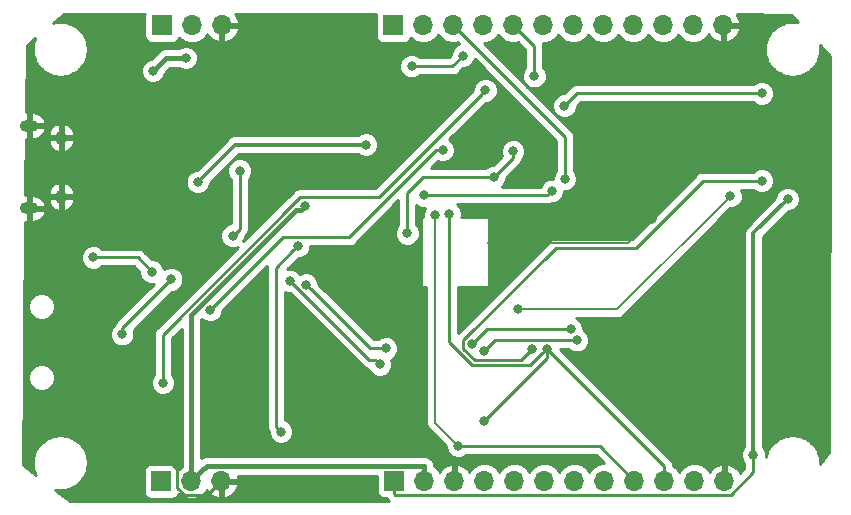
<source format=gbl>
G04 #@! TF.GenerationSoftware,KiCad,Pcbnew,5.0.0-rc2-dev-unknown-9e8bcbe~62~ubuntu16.04.1*
G04 #@! TF.CreationDate,2018-03-17T21:54:01+01:00*
G04 #@! TF.ProjectId,GhostESP32,47686F737445535033322E6B69636164,rev?*
G04 #@! TF.SameCoordinates,Original*
G04 #@! TF.FileFunction,Copper,L2,Bot,Signal*
G04 #@! TF.FilePolarity,Positive*
%FSLAX46Y46*%
G04 Gerber Fmt 4.6, Leading zero omitted, Abs format (unit mm)*
G04 Created by KiCad (PCBNEW 5.0.0-rc2-dev-unknown-9e8bcbe~62~ubuntu16.04.1) date Sat Mar 17 21:54:01 2018*
%MOMM*%
%LPD*%
G01*
G04 APERTURE LIST*
%ADD10R,1.700000X1.700000*%
%ADD11O,1.700000X1.700000*%
%ADD12O,1.550000X1.000000*%
%ADD13O,0.950000X1.250000*%
%ADD14C,0.800000*%
%ADD15C,0.300000*%
%ADD16C,0.250000*%
%ADD17C,0.200000*%
%ADD18C,0.400000*%
%ADD19C,0.254000*%
G04 APERTURE END LIST*
D10*
X107570000Y-122100000D03*
D11*
X110110000Y-122100000D03*
X112650000Y-122100000D03*
D12*
X96400000Y-99000000D03*
X96400000Y-92000000D03*
D13*
X99100000Y-98000000D03*
X99100000Y-93000000D03*
D11*
X112700000Y-83500000D03*
X110160000Y-83500000D03*
D10*
X107620000Y-83500000D03*
X127300000Y-122050000D03*
D11*
X129840000Y-122050000D03*
X132380000Y-122050000D03*
X134920000Y-122050000D03*
X137460000Y-122050000D03*
X140000000Y-122050000D03*
X142540000Y-122050000D03*
X145080000Y-122050000D03*
X147620000Y-122050000D03*
X150160000Y-122050000D03*
X152700000Y-122050000D03*
X155240000Y-122050000D03*
X155150000Y-83500000D03*
X152610000Y-83500000D03*
X150070000Y-83500000D03*
X147530000Y-83500000D03*
X144990000Y-83500000D03*
X142450000Y-83500000D03*
X139910000Y-83500000D03*
X137370000Y-83500000D03*
X134830000Y-83500000D03*
X132290000Y-83500000D03*
X129750000Y-83500000D03*
D10*
X127210000Y-83500000D03*
D14*
X124900000Y-93600000D03*
X110650000Y-96750000D03*
X160600000Y-98200000D03*
X157700000Y-119850000D03*
X149100000Y-99900000D03*
X135250000Y-106400000D03*
X135600000Y-101900000D03*
X101750000Y-113900000D03*
X108050000Y-97050000D03*
X114500000Y-88150000D03*
X122850000Y-89100000D03*
X138989805Y-110875010D03*
X158400000Y-96650000D03*
X139150000Y-87800000D03*
X135000000Y-89000000D03*
X107700000Y-113750000D03*
X133100000Y-86050000D03*
X128750000Y-86950000D03*
X104250000Y-109650000D03*
X108400000Y-105000000D03*
X111700000Y-107600000D03*
X131400000Y-94050000D03*
X141700000Y-90300000D03*
X158400000Y-89250000D03*
X128400000Y-101100000D03*
X137350000Y-94150000D03*
X135700000Y-96350000D03*
X140650000Y-97500000D03*
X129800000Y-97900000D03*
X119750000Y-98750000D03*
X118500000Y-105150000D03*
X126050000Y-112200000D03*
X134900000Y-111100000D03*
X142750000Y-110150000D03*
X106750000Y-104350000D03*
X101800000Y-103150000D03*
X141750000Y-96500000D03*
X106850000Y-87350000D03*
X109650000Y-86250000D03*
X119812660Y-105437340D03*
X142227458Y-109236896D03*
X133849989Y-110508971D03*
X126600000Y-110850000D03*
X155750000Y-97950000D03*
X137800000Y-107550000D03*
X114200000Y-95800000D03*
X113600000Y-101300000D03*
X119150000Y-102150000D03*
X117700000Y-117900000D03*
X130750000Y-99550000D03*
X132700000Y-119100000D03*
X140200000Y-110875010D03*
X131950000Y-99500000D03*
X134900000Y-117000000D03*
D15*
X110650000Y-96750000D02*
X113800000Y-93600000D01*
X113800000Y-93600000D02*
X124900000Y-93600000D01*
X160600000Y-98200000D02*
X157700000Y-101100000D01*
X157700000Y-101100000D02*
X157700000Y-119850000D01*
D16*
X157700000Y-119850000D02*
X157700000Y-121329002D01*
X157700000Y-121329002D02*
X155804001Y-123225001D01*
X155804001Y-123225001D02*
X127375001Y-123225001D01*
X127375001Y-123225001D02*
X127300000Y-123150000D01*
X127300000Y-123150000D02*
X127300000Y-122050000D01*
D17*
X135600000Y-101900000D02*
X147100000Y-101900000D01*
X147100000Y-101900000D02*
X149100000Y-99900000D01*
D18*
X135600000Y-101900000D02*
X135600000Y-106050000D01*
X135600000Y-106050000D02*
X135250000Y-106400000D01*
D16*
X111474999Y-123275001D02*
X109545999Y-123275001D01*
X108934999Y-121084999D02*
X101750000Y-113900000D01*
X108934999Y-122664001D02*
X108934999Y-121084999D01*
X109545999Y-123275001D02*
X108934999Y-122664001D01*
X112650000Y-122100000D02*
X111474999Y-123275001D01*
D18*
X108050000Y-97050000D02*
X114500000Y-90600000D01*
X114500000Y-90600000D02*
X114500000Y-88150000D01*
X99100000Y-98000000D02*
X99975000Y-98000000D01*
X99975000Y-98000000D02*
X112700000Y-85275000D01*
X112700000Y-84702081D02*
X112700000Y-83500000D01*
X112700000Y-85275000D02*
X112700000Y-84702081D01*
X114500000Y-88150000D02*
X112700000Y-86350000D01*
X112700000Y-86350000D02*
X112700000Y-83500000D01*
X112700000Y-83500000D02*
X117250000Y-83500000D01*
X117250000Y-83500000D02*
X122850000Y-89100000D01*
D16*
X158400000Y-96650000D02*
X153423004Y-96650000D01*
X147747993Y-102325011D02*
X140960945Y-102325011D01*
X140960945Y-102325011D02*
X133124987Y-110160969D01*
X138589806Y-111275009D02*
X138989805Y-110875010D01*
X133124987Y-110856973D02*
X134093016Y-111825002D01*
X133124987Y-110160969D02*
X133124987Y-110856973D01*
X138039813Y-111825002D02*
X138589806Y-111275009D01*
X134093016Y-111825002D02*
X138039813Y-111825002D01*
X153423004Y-96650000D02*
X147747993Y-102325011D01*
X107700000Y-109673519D02*
X119348520Y-98024999D01*
X119348520Y-98024999D02*
X125975001Y-98024999D01*
X134600001Y-89399999D02*
X135000000Y-89000000D01*
X125975001Y-98024999D02*
X134600001Y-89399999D01*
X107700000Y-113750000D02*
X107700000Y-109673519D01*
X139150000Y-87800000D02*
X139150000Y-85280000D01*
X139150000Y-85280000D02*
X137370000Y-83500000D01*
X128750000Y-86950000D02*
X132200000Y-86950000D01*
X132200000Y-86950000D02*
X133100000Y-86050000D01*
X131400000Y-94050000D02*
X130834315Y-94050000D01*
X130834315Y-94050000D02*
X123459316Y-101424999D01*
X117875001Y-101424999D02*
X112099999Y-107200001D01*
X112099999Y-107200001D02*
X111700000Y-107600000D01*
X123459316Y-101424999D02*
X117875001Y-101424999D01*
X108400000Y-105000000D02*
X104250000Y-109150000D01*
X104250000Y-109150000D02*
X104250000Y-109650000D01*
X158400000Y-89250000D02*
X142750000Y-89250000D01*
X142750000Y-89250000D02*
X141700000Y-90300000D01*
X128400000Y-101100000D02*
X128400000Y-97650000D01*
X128400000Y-97650000D02*
X129700000Y-96350000D01*
X129700000Y-96350000D02*
X135700000Y-96350000D01*
X135700000Y-96350000D02*
X137350000Y-94700000D01*
X137350000Y-94700000D02*
X137350000Y-94150000D01*
X129800000Y-97900000D02*
X140250000Y-97900000D01*
X140250000Y-97900000D02*
X140650000Y-97500000D01*
D18*
X118965997Y-99149999D02*
X119350001Y-99149999D01*
X110110000Y-108005996D02*
X118965997Y-99149999D01*
X119350001Y-99149999D02*
X119750000Y-98750000D01*
X110110000Y-122100000D02*
X110110000Y-108005996D01*
X129840000Y-122050000D02*
X129840000Y-120847919D01*
X129840000Y-120847919D02*
X129792080Y-120799999D01*
X129792080Y-120799999D02*
X111410001Y-120799999D01*
X111410001Y-120799999D02*
X110959999Y-121250001D01*
X110959999Y-121250001D02*
X110110000Y-122100000D01*
D16*
X126050000Y-112200000D02*
X125650001Y-111800001D01*
X125650001Y-111800001D02*
X125150001Y-111800001D01*
X125150001Y-111800001D02*
X118500000Y-105150000D01*
X142750000Y-110150000D02*
X135850000Y-110150000D01*
X135850000Y-110150000D02*
X134900000Y-111100000D01*
X101800000Y-103150000D02*
X105550000Y-103150000D01*
X105550000Y-103150000D02*
X106750000Y-104350000D01*
X141750000Y-95934315D02*
X141750000Y-96500000D01*
X132290000Y-83500000D02*
X141750000Y-92960000D01*
X141750000Y-92960000D02*
X141750000Y-95934315D01*
D18*
X109650000Y-86250000D02*
X107950000Y-86250000D01*
X107950000Y-86250000D02*
X106850000Y-87350000D01*
D16*
X125225320Y-110850000D02*
X120212659Y-105837339D01*
X126600000Y-110850000D02*
X125225320Y-110850000D01*
X120212659Y-105837339D02*
X119812660Y-105437340D01*
X142227458Y-109236896D02*
X135122064Y-109236896D01*
X134249988Y-110108972D02*
X133849989Y-110508971D01*
X135122064Y-109236896D02*
X134249988Y-110108972D01*
D17*
X137800000Y-107550000D02*
X146150000Y-107550000D01*
X146150000Y-107550000D02*
X155350001Y-98349999D01*
X155350001Y-98349999D02*
X155750000Y-97950000D01*
D16*
X118750001Y-102549999D02*
X119150000Y-102150000D01*
X117274998Y-117474998D02*
X117274998Y-104025002D01*
X117700000Y-117900000D02*
X117274998Y-117474998D01*
X117274998Y-104025002D02*
X118750001Y-102549999D01*
X113600000Y-101300000D02*
X114200000Y-100700000D01*
X114200000Y-100700000D02*
X114200000Y-95800000D01*
D17*
X130750000Y-117150000D02*
X132300001Y-118700001D01*
X130750000Y-99550000D02*
X130750000Y-117150000D01*
X132300001Y-118700001D02*
X132700000Y-119100000D01*
D16*
X147620000Y-122050000D02*
X144670000Y-119100000D01*
X144670000Y-119100000D02*
X132700000Y-119100000D01*
X140200000Y-111440695D02*
X140200000Y-110875010D01*
X150160000Y-122050000D02*
X150160000Y-120835010D01*
X138799997Y-112275013D02*
X139800001Y-111275009D01*
X139800001Y-111275009D02*
X140200000Y-110875010D01*
X133906616Y-112275013D02*
X138799997Y-112275013D01*
X140200000Y-111700000D02*
X140200000Y-111440695D01*
X131950000Y-99500000D02*
X131950000Y-110318397D01*
X131950000Y-110318397D02*
X133906616Y-112275013D01*
X134900000Y-117000000D02*
X140200000Y-111700000D01*
X140599999Y-111275009D02*
X140200000Y-110875010D01*
X150160000Y-120835010D02*
X140599999Y-111275009D01*
D19*
G36*
X106145914Y-82532589D02*
X106122560Y-82650000D01*
X106122560Y-84350000D01*
X106171843Y-84597765D01*
X106312191Y-84807809D01*
X106522235Y-84948157D01*
X106770000Y-84997440D01*
X108470000Y-84997440D01*
X108717765Y-84948157D01*
X108927809Y-84807809D01*
X109068157Y-84597765D01*
X109077184Y-84552381D01*
X109089375Y-84570625D01*
X109580582Y-84898839D01*
X110013744Y-84985000D01*
X110306256Y-84985000D01*
X110739418Y-84898839D01*
X111230625Y-84570625D01*
X111443843Y-84251522D01*
X111504817Y-84381358D01*
X111933076Y-84771645D01*
X112343110Y-84941476D01*
X112573000Y-84820155D01*
X112573000Y-83627000D01*
X112827000Y-83627000D01*
X112827000Y-84820155D01*
X113056890Y-84941476D01*
X113466924Y-84771645D01*
X113895183Y-84381358D01*
X114141486Y-83856892D01*
X114020819Y-83627000D01*
X112827000Y-83627000D01*
X112573000Y-83627000D01*
X112553000Y-83627000D01*
X112553000Y-83373000D01*
X112573000Y-83373000D01*
X112573000Y-83353000D01*
X112827000Y-83353000D01*
X112827000Y-83373000D01*
X114020819Y-83373000D01*
X114141486Y-83143108D01*
X113895183Y-82618642D01*
X113807570Y-82538797D01*
X125732757Y-82548461D01*
X125712560Y-82650000D01*
X125712560Y-84350000D01*
X125761843Y-84597765D01*
X125902191Y-84807809D01*
X126112235Y-84948157D01*
X126360000Y-84997440D01*
X128060000Y-84997440D01*
X128307765Y-84948157D01*
X128517809Y-84807809D01*
X128658157Y-84597765D01*
X128667184Y-84552381D01*
X128679375Y-84570625D01*
X129170582Y-84898839D01*
X129603744Y-84985000D01*
X129896256Y-84985000D01*
X130329418Y-84898839D01*
X130820625Y-84570625D01*
X131020000Y-84272239D01*
X131219375Y-84570625D01*
X131710582Y-84898839D01*
X132143744Y-84985000D01*
X132436256Y-84985000D01*
X132656408Y-84941209D01*
X132778212Y-85063013D01*
X132513720Y-85172569D01*
X132222569Y-85463720D01*
X132065000Y-85844126D01*
X132065000Y-86010199D01*
X131885199Y-86190000D01*
X129453711Y-86190000D01*
X129336280Y-86072569D01*
X128955874Y-85915000D01*
X128544126Y-85915000D01*
X128163720Y-86072569D01*
X127872569Y-86363720D01*
X127715000Y-86744126D01*
X127715000Y-87155874D01*
X127872569Y-87536280D01*
X128163720Y-87827431D01*
X128544126Y-87985000D01*
X128955874Y-87985000D01*
X129336280Y-87827431D01*
X129453711Y-87710000D01*
X132125153Y-87710000D01*
X132200000Y-87724888D01*
X132274847Y-87710000D01*
X132274852Y-87710000D01*
X132496537Y-87665904D01*
X132747929Y-87497929D01*
X132790331Y-87434470D01*
X133139801Y-87085000D01*
X133305874Y-87085000D01*
X133686280Y-86927431D01*
X133977431Y-86636280D01*
X134086987Y-86371788D01*
X140990000Y-93274803D01*
X140990001Y-95796288D01*
X140872569Y-95913720D01*
X140715000Y-96294126D01*
X140715000Y-96465000D01*
X140444126Y-96465000D01*
X140063720Y-96622569D01*
X139772569Y-96913720D01*
X139678841Y-97140000D01*
X136373711Y-97140000D01*
X136577431Y-96936280D01*
X136735000Y-96555874D01*
X136735000Y-96389802D01*
X137834476Y-95290327D01*
X137897929Y-95247929D01*
X137940327Y-95184476D01*
X137940329Y-95184474D01*
X138065903Y-94996538D01*
X138065904Y-94996537D01*
X138090419Y-94873292D01*
X138227431Y-94736280D01*
X138385000Y-94355874D01*
X138385000Y-93944126D01*
X138227431Y-93563720D01*
X137936280Y-93272569D01*
X137555874Y-93115000D01*
X137144126Y-93115000D01*
X136763720Y-93272569D01*
X136472569Y-93563720D01*
X136315000Y-93944126D01*
X136315000Y-94355874D01*
X136404134Y-94571063D01*
X135660198Y-95315000D01*
X135494126Y-95315000D01*
X135113720Y-95472569D01*
X134996289Y-95590000D01*
X130369117Y-95590000D01*
X130967845Y-94991272D01*
X131194126Y-95085000D01*
X131605874Y-95085000D01*
X131986280Y-94927431D01*
X132277431Y-94636280D01*
X132435000Y-94255874D01*
X132435000Y-93844126D01*
X132277431Y-93463720D01*
X131986280Y-93172569D01*
X131926849Y-93147952D01*
X135039802Y-90035000D01*
X135205874Y-90035000D01*
X135586280Y-89877431D01*
X135877431Y-89586280D01*
X136035000Y-89205874D01*
X136035000Y-88794126D01*
X135877431Y-88413720D01*
X135586280Y-88122569D01*
X135205874Y-87965000D01*
X134794126Y-87965000D01*
X134413720Y-88122569D01*
X134122569Y-88413720D01*
X133965000Y-88794126D01*
X133965000Y-88960198D01*
X125660200Y-97264999D01*
X119423367Y-97264999D01*
X119348520Y-97250111D01*
X119273673Y-97264999D01*
X119273668Y-97264999D01*
X119051983Y-97309095D01*
X118800591Y-97477070D01*
X118758191Y-97540526D01*
X114523388Y-101775329D01*
X114635000Y-101505874D01*
X114635000Y-101339802D01*
X114684473Y-101290329D01*
X114747929Y-101247929D01*
X114915904Y-100996537D01*
X114960000Y-100774852D01*
X114960000Y-100774848D01*
X114974888Y-100700001D01*
X114960000Y-100625154D01*
X114960000Y-96503711D01*
X115077431Y-96386280D01*
X115235000Y-96005874D01*
X115235000Y-95594126D01*
X115077431Y-95213720D01*
X114786280Y-94922569D01*
X114405874Y-94765000D01*
X113994126Y-94765000D01*
X113613720Y-94922569D01*
X113322569Y-95213720D01*
X113165000Y-95594126D01*
X113165000Y-96005874D01*
X113322569Y-96386280D01*
X113440001Y-96503712D01*
X113440000Y-100265000D01*
X113394126Y-100265000D01*
X113013720Y-100422569D01*
X112722569Y-100713720D01*
X112565000Y-101094126D01*
X112565000Y-101505874D01*
X112722569Y-101886280D01*
X113013720Y-102177431D01*
X113394126Y-102335000D01*
X113805874Y-102335000D01*
X114075329Y-102223388D01*
X107215528Y-109083190D01*
X107152072Y-109125590D01*
X107109672Y-109189046D01*
X107109671Y-109189047D01*
X106984097Y-109376982D01*
X106925112Y-109673519D01*
X106940001Y-109748371D01*
X106940000Y-113046289D01*
X106822569Y-113163720D01*
X106665000Y-113544126D01*
X106665000Y-113955874D01*
X106822569Y-114336280D01*
X107113720Y-114627431D01*
X107494126Y-114785000D01*
X107905874Y-114785000D01*
X108286280Y-114627431D01*
X108577431Y-114336280D01*
X108735000Y-113955874D01*
X108735000Y-113544126D01*
X108577431Y-113163720D01*
X108460000Y-113046289D01*
X108460000Y-109988320D01*
X109275001Y-109173319D01*
X109275000Y-120871935D01*
X109039375Y-121029375D01*
X109027184Y-121047619D01*
X109018157Y-121002235D01*
X108877809Y-120792191D01*
X108667765Y-120651843D01*
X108420000Y-120602560D01*
X106720000Y-120602560D01*
X106472235Y-120651843D01*
X106262191Y-120792191D01*
X106121843Y-121002235D01*
X106072560Y-121250000D01*
X106072560Y-122950000D01*
X106121843Y-123197765D01*
X106262191Y-123407809D01*
X106472235Y-123548157D01*
X106720000Y-123597440D01*
X108420000Y-123597440D01*
X108667765Y-123548157D01*
X108877809Y-123407809D01*
X109018157Y-123197765D01*
X109027184Y-123152381D01*
X109039375Y-123170625D01*
X109530582Y-123498839D01*
X109963744Y-123585000D01*
X110256256Y-123585000D01*
X110689418Y-123498839D01*
X111180625Y-123170625D01*
X111393843Y-122851522D01*
X111454817Y-122981358D01*
X111883076Y-123371645D01*
X112293110Y-123541476D01*
X112523000Y-123420155D01*
X112523000Y-122227000D01*
X112777000Y-122227000D01*
X112777000Y-123420155D01*
X113006890Y-123541476D01*
X113416924Y-123371645D01*
X113845183Y-122981358D01*
X114091486Y-122456892D01*
X113970819Y-122227000D01*
X112777000Y-122227000D01*
X112523000Y-122227000D01*
X112503000Y-122227000D01*
X112503000Y-121973000D01*
X112523000Y-121973000D01*
X112523000Y-121953000D01*
X112777000Y-121953000D01*
X112777000Y-121973000D01*
X113970819Y-121973000D01*
X114091486Y-121743108D01*
X114040715Y-121634999D01*
X125802560Y-121634999D01*
X125802560Y-122900000D01*
X125851843Y-123147765D01*
X125992191Y-123357809D01*
X126202235Y-123498157D01*
X126450000Y-123547440D01*
X126651518Y-123547440D01*
X126752071Y-123697929D01*
X126797031Y-123727970D01*
X126827072Y-123772930D01*
X126847830Y-123786800D01*
X108195826Y-123786800D01*
X99793117Y-123773070D01*
X98532768Y-122808358D01*
X98556060Y-122815424D01*
X98628574Y-122822566D01*
X98794742Y-122838937D01*
X98794754Y-122838943D01*
X98919881Y-122851265D01*
X99012258Y-122860366D01*
X99012278Y-122860364D01*
X99012297Y-122860366D01*
X99099066Y-122851818D01*
X99229801Y-122838945D01*
X99229814Y-122838938D01*
X99411230Y-122821066D01*
X99468512Y-122815425D01*
X99468520Y-122815422D01*
X99468525Y-122815422D01*
X99499903Y-122805903D01*
X99698052Y-122745797D01*
X99698062Y-122745798D01*
X99810633Y-122711647D01*
X99907215Y-122682350D01*
X99907230Y-122682342D01*
X99907243Y-122682338D01*
X99985832Y-122640329D01*
X100099999Y-122579306D01*
X100100005Y-122579298D01*
X100256012Y-122495906D01*
X100311504Y-122466247D01*
X100311518Y-122466235D01*
X100311532Y-122466228D01*
X100360790Y-122425801D01*
X100496916Y-122314092D01*
X100496926Y-122314089D01*
X100596359Y-122232486D01*
X100665880Y-122175435D01*
X100665890Y-122175423D01*
X100665902Y-122175413D01*
X100726677Y-122101358D01*
X100804560Y-122006463D01*
X100804563Y-122006453D01*
X100956667Y-121821112D01*
X100956724Y-121821043D01*
X100956725Y-121821042D01*
X100956727Y-121821039D01*
X100992847Y-121753463D01*
X101069796Y-121609506D01*
X101069806Y-121609497D01*
X101142613Y-121473276D01*
X101172832Y-121416742D01*
X101172836Y-121416729D01*
X101172846Y-121416710D01*
X101202449Y-121319112D01*
X101236289Y-121207561D01*
X101236288Y-121207549D01*
X101293151Y-121020076D01*
X101305902Y-120978045D01*
X101305903Y-120978034D01*
X101305908Y-120978018D01*
X101312640Y-120909649D01*
X101329418Y-120739334D01*
X101329425Y-120739321D01*
X101343004Y-120601417D01*
X101350846Y-120521817D01*
X101350844Y-120521798D01*
X101350846Y-120521778D01*
X101340524Y-120417005D01*
X101329423Y-120304274D01*
X101329416Y-120304260D01*
X101311948Y-120126950D01*
X101305909Y-120065609D01*
X101305903Y-120065588D01*
X101305901Y-120065570D01*
X101288871Y-120009434D01*
X101236286Y-119836061D01*
X101236288Y-119836038D01*
X101195681Y-119702186D01*
X101172848Y-119626906D01*
X101172836Y-119626884D01*
X101172828Y-119626857D01*
X101128928Y-119544730D01*
X101069810Y-119434119D01*
X101069794Y-119434106D01*
X100982559Y-119270910D01*
X100956727Y-119222581D01*
X100956721Y-119222574D01*
X100956718Y-119222568D01*
X100929505Y-119189410D01*
X100804556Y-119037158D01*
X100751032Y-118971939D01*
X100665902Y-118868207D01*
X100665897Y-118868203D01*
X100665893Y-118868198D01*
X100555292Y-118777431D01*
X100496926Y-118729531D01*
X100496924Y-118729530D01*
X100361743Y-118618592D01*
X100311532Y-118577382D01*
X100311521Y-118577376D01*
X100311519Y-118577374D01*
X100279896Y-118560471D01*
X100099996Y-118464307D01*
X100099982Y-118464290D01*
X99983994Y-118402299D01*
X99907243Y-118361272D01*
X99907216Y-118361264D01*
X99907194Y-118361252D01*
X99832670Y-118338648D01*
X99698062Y-118297812D01*
X99698039Y-118297814D01*
X99528504Y-118246394D01*
X99468530Y-118228199D01*
X99468510Y-118228197D01*
X99468490Y-118228191D01*
X99404956Y-118221936D01*
X99229838Y-118204683D01*
X99229826Y-118204677D01*
X99102799Y-118192168D01*
X99012321Y-118183254D01*
X99012302Y-118183256D01*
X99012283Y-118183254D01*
X98926865Y-118191669D01*
X98794779Y-118204675D01*
X98794766Y-118204682D01*
X98624451Y-118221460D01*
X98556082Y-118228192D01*
X98556066Y-118228197D01*
X98556055Y-118228198D01*
X98514024Y-118240949D01*
X98326551Y-118297812D01*
X98326539Y-118297811D01*
X98214988Y-118331651D01*
X98117390Y-118361254D01*
X98117371Y-118361264D01*
X98117358Y-118361268D01*
X98050871Y-118396807D01*
X97924603Y-118464294D01*
X97924594Y-118464304D01*
X97771158Y-118546319D01*
X97713061Y-118577373D01*
X97713058Y-118577375D01*
X97713057Y-118577376D01*
X97700690Y-118587525D01*
X97527647Y-118729537D01*
X97527637Y-118729540D01*
X97437567Y-118803463D01*
X97358687Y-118868198D01*
X97358677Y-118868210D01*
X97358665Y-118868220D01*
X97298041Y-118942095D01*
X97220011Y-119037174D01*
X97220008Y-119037184D01*
X97103495Y-119179164D01*
X97067872Y-119222568D01*
X97067865Y-119222581D01*
X97067853Y-119222596D01*
X97042031Y-119270910D01*
X96954802Y-119434095D01*
X96954794Y-119434101D01*
X96895662Y-119544730D01*
X96851762Y-119626857D01*
X96851758Y-119626870D01*
X96851750Y-119626885D01*
X96822453Y-119723467D01*
X96788302Y-119836038D01*
X96788303Y-119836048D01*
X96730883Y-120025343D01*
X96718679Y-120065570D01*
X96718678Y-120065577D01*
X96718675Y-120065588D01*
X96712636Y-120126912D01*
X96695164Y-120304260D01*
X96695157Y-120304274D01*
X96684056Y-120417005D01*
X96673734Y-120521779D01*
X96673736Y-120521798D01*
X96673734Y-120521817D01*
X96681576Y-120601417D01*
X96695155Y-120739321D01*
X96695162Y-120739334D01*
X96709857Y-120888500D01*
X96718676Y-120978039D01*
X96788301Y-121207560D01*
X96790301Y-121214154D01*
X96851753Y-121416731D01*
X96851757Y-121416738D01*
X96851758Y-121416742D01*
X96881977Y-121473276D01*
X96946670Y-121594308D01*
X95827617Y-120737749D01*
X95902749Y-113074234D01*
X96265000Y-113074234D01*
X96265000Y-113525766D01*
X96437793Y-113942926D01*
X96757074Y-114262207D01*
X97174234Y-114435000D01*
X97625766Y-114435000D01*
X98042926Y-114262207D01*
X98362207Y-113942926D01*
X98535000Y-113525766D01*
X98535000Y-113074234D01*
X98362207Y-112657074D01*
X98042926Y-112337793D01*
X97625766Y-112165000D01*
X97174234Y-112165000D01*
X96757074Y-112337793D01*
X96437793Y-112657074D01*
X96265000Y-113074234D01*
X95902749Y-113074234D01*
X95961572Y-107074234D01*
X96265000Y-107074234D01*
X96265000Y-107525766D01*
X96437793Y-107942926D01*
X96757074Y-108262207D01*
X97174234Y-108435000D01*
X97625766Y-108435000D01*
X98042926Y-108262207D01*
X98362207Y-107942926D01*
X98535000Y-107525766D01*
X98535000Y-107074234D01*
X98362207Y-106657074D01*
X98042926Y-106337793D01*
X97625766Y-106165000D01*
X97174234Y-106165000D01*
X96757074Y-106337793D01*
X96437793Y-106657074D01*
X96265000Y-107074234D01*
X95961572Y-107074234D01*
X96002064Y-102944126D01*
X100765000Y-102944126D01*
X100765000Y-103355874D01*
X100922569Y-103736280D01*
X101213720Y-104027431D01*
X101594126Y-104185000D01*
X102005874Y-104185000D01*
X102386280Y-104027431D01*
X102503711Y-103910000D01*
X105235199Y-103910000D01*
X105715000Y-104389802D01*
X105715000Y-104555874D01*
X105872569Y-104936280D01*
X106163720Y-105227431D01*
X106544126Y-105385000D01*
X106940198Y-105385000D01*
X103765530Y-108559669D01*
X103702071Y-108602071D01*
X103534096Y-108853464D01*
X103521996Y-108914293D01*
X103372569Y-109063720D01*
X103215000Y-109444126D01*
X103215000Y-109855874D01*
X103372569Y-110236280D01*
X103663720Y-110527431D01*
X104044126Y-110685000D01*
X104455874Y-110685000D01*
X104836280Y-110527431D01*
X105127431Y-110236280D01*
X105285000Y-109855874D01*
X105285000Y-109444126D01*
X105210510Y-109264291D01*
X108439802Y-106035000D01*
X108605874Y-106035000D01*
X108986280Y-105877431D01*
X109277431Y-105586280D01*
X109435000Y-105205874D01*
X109435000Y-104794126D01*
X109277431Y-104413720D01*
X108986280Y-104122569D01*
X108605874Y-103965000D01*
X108194126Y-103965000D01*
X107813720Y-104122569D01*
X107785000Y-104151289D01*
X107785000Y-104144126D01*
X107627431Y-103763720D01*
X107336280Y-103472569D01*
X106955874Y-103315000D01*
X106789802Y-103315000D01*
X106140331Y-102665530D01*
X106097929Y-102602071D01*
X105846537Y-102434096D01*
X105624852Y-102390000D01*
X105624847Y-102390000D01*
X105550000Y-102375112D01*
X105475153Y-102390000D01*
X102503711Y-102390000D01*
X102386280Y-102272569D01*
X102005874Y-102115000D01*
X101594126Y-102115000D01*
X101213720Y-102272569D01*
X100922569Y-102563720D01*
X100765000Y-102944126D01*
X96002064Y-102944126D01*
X96029605Y-100135000D01*
X96273000Y-100135000D01*
X96273000Y-99127000D01*
X96527000Y-99127000D01*
X96527000Y-100135000D01*
X96802000Y-100135000D01*
X97226678Y-100000002D01*
X97567368Y-99712763D01*
X97769119Y-99301874D01*
X97642954Y-99127000D01*
X96527000Y-99127000D01*
X96273000Y-99127000D01*
X96253000Y-99127000D01*
X96253000Y-98873000D01*
X96273000Y-98873000D01*
X96273000Y-97865000D01*
X96527000Y-97865000D01*
X96527000Y-98873000D01*
X97642954Y-98873000D01*
X97769119Y-98698126D01*
X97574191Y-98301131D01*
X97998771Y-98301131D01*
X98140432Y-98711049D01*
X98428179Y-99035552D01*
X98802062Y-99219268D01*
X98973000Y-99092734D01*
X98973000Y-98127000D01*
X99227000Y-98127000D01*
X99227000Y-99092734D01*
X99397938Y-99219268D01*
X99771821Y-99035552D01*
X100059568Y-98711049D01*
X100201229Y-98301131D01*
X100052563Y-98127000D01*
X99227000Y-98127000D01*
X98973000Y-98127000D01*
X98147437Y-98127000D01*
X97998771Y-98301131D01*
X97574191Y-98301131D01*
X97567368Y-98287237D01*
X97226678Y-97999998D01*
X96802000Y-97865000D01*
X96527000Y-97865000D01*
X96273000Y-97865000D01*
X96051859Y-97865000D01*
X96053487Y-97698869D01*
X97998771Y-97698869D01*
X98147437Y-97873000D01*
X98973000Y-97873000D01*
X98973000Y-96907266D01*
X99227000Y-96907266D01*
X99227000Y-97873000D01*
X100052563Y-97873000D01*
X100201229Y-97698869D01*
X100059568Y-97288951D01*
X99771821Y-96964448D01*
X99397938Y-96780732D01*
X99227000Y-96907266D01*
X98973000Y-96907266D01*
X98802062Y-96780732D01*
X98428179Y-96964448D01*
X98140432Y-97288951D01*
X97998771Y-97698869D01*
X96053487Y-97698869D01*
X96064808Y-96544126D01*
X109615000Y-96544126D01*
X109615000Y-96955874D01*
X109772569Y-97336280D01*
X110063720Y-97627431D01*
X110444126Y-97785000D01*
X110855874Y-97785000D01*
X111236280Y-97627431D01*
X111527431Y-97336280D01*
X111685000Y-96955874D01*
X111685000Y-96825157D01*
X114125157Y-94385000D01*
X124221289Y-94385000D01*
X124313720Y-94477431D01*
X124694126Y-94635000D01*
X125105874Y-94635000D01*
X125486280Y-94477431D01*
X125777431Y-94186280D01*
X125935000Y-93805874D01*
X125935000Y-93394126D01*
X125777431Y-93013720D01*
X125486280Y-92722569D01*
X125105874Y-92565000D01*
X124694126Y-92565000D01*
X124313720Y-92722569D01*
X124221289Y-92815000D01*
X113877312Y-92815000D01*
X113800000Y-92799622D01*
X113722688Y-92815000D01*
X113722684Y-92815000D01*
X113493708Y-92860546D01*
X113234047Y-93034047D01*
X113190251Y-93099592D01*
X110574843Y-95715000D01*
X110444126Y-95715000D01*
X110063720Y-95872569D01*
X109772569Y-96163720D01*
X109615000Y-96544126D01*
X96064808Y-96544126D01*
X96096603Y-93301131D01*
X97998771Y-93301131D01*
X98140432Y-93711049D01*
X98428179Y-94035552D01*
X98802062Y-94219268D01*
X98973000Y-94092734D01*
X98973000Y-93127000D01*
X99227000Y-93127000D01*
X99227000Y-94092734D01*
X99397938Y-94219268D01*
X99771821Y-94035552D01*
X100059568Y-93711049D01*
X100201229Y-93301131D01*
X100052563Y-93127000D01*
X99227000Y-93127000D01*
X98973000Y-93127000D01*
X98147437Y-93127000D01*
X97998771Y-93301131D01*
X96096603Y-93301131D01*
X96098232Y-93135000D01*
X96273000Y-93135000D01*
X96273000Y-92127000D01*
X96527000Y-92127000D01*
X96527000Y-93135000D01*
X96802000Y-93135000D01*
X97226678Y-93000002D01*
X97567368Y-92712763D01*
X97574190Y-92698869D01*
X97998771Y-92698869D01*
X98147437Y-92873000D01*
X98973000Y-92873000D01*
X98973000Y-91907266D01*
X99227000Y-91907266D01*
X99227000Y-92873000D01*
X100052563Y-92873000D01*
X100201229Y-92698869D01*
X100059568Y-92288951D01*
X99771821Y-91964448D01*
X99397938Y-91780732D01*
X99227000Y-91907266D01*
X98973000Y-91907266D01*
X98802062Y-91780732D01*
X98428179Y-91964448D01*
X98140432Y-92288951D01*
X97998771Y-92698869D01*
X97574190Y-92698869D01*
X97769119Y-92301874D01*
X97642954Y-92127000D01*
X96527000Y-92127000D01*
X96273000Y-92127000D01*
X96253000Y-92127000D01*
X96253000Y-91873000D01*
X96273000Y-91873000D01*
X96273000Y-90865000D01*
X96527000Y-90865000D01*
X96527000Y-91873000D01*
X97642954Y-91873000D01*
X97769119Y-91698126D01*
X97567368Y-91287237D01*
X97226678Y-90999998D01*
X96802000Y-90865000D01*
X96527000Y-90865000D01*
X96273000Y-90865000D01*
X96120487Y-90865000D01*
X96176423Y-85159498D01*
X96887951Y-84559147D01*
X96851766Y-84626837D01*
X96851755Y-84626873D01*
X96851740Y-84626901D01*
X96832252Y-84691156D01*
X96788303Y-84836017D01*
X96788306Y-84836048D01*
X96738060Y-85001713D01*
X96718680Y-85065594D01*
X96718677Y-85065621D01*
X96718670Y-85065645D01*
X96713635Y-85116794D01*
X96695164Y-85304265D01*
X96695153Y-85304286D01*
X96681702Y-85440903D01*
X96673734Y-85521772D01*
X96673737Y-85521800D01*
X96673734Y-85521828D01*
X96681576Y-85601416D01*
X96695153Y-85739314D01*
X96695164Y-85739334D01*
X96711725Y-85907413D01*
X96718670Y-85977955D01*
X96718677Y-85977979D01*
X96718680Y-85978006D01*
X96737215Y-86039101D01*
X96788306Y-86207552D01*
X96788303Y-86207583D01*
X96829997Y-86345012D01*
X96851740Y-86416699D01*
X96851755Y-86416727D01*
X96851766Y-86416763D01*
X96889468Y-86487292D01*
X96954776Y-86609488D01*
X96954800Y-86609508D01*
X97036698Y-86762712D01*
X97067820Y-86820954D01*
X97067853Y-86820994D01*
X97067878Y-86821041D01*
X97111862Y-86874632D01*
X97219988Y-87006413D01*
X97219994Y-87006433D01*
X97304145Y-87108982D01*
X97358623Y-87175378D01*
X97358644Y-87175395D01*
X97358661Y-87175416D01*
X97424477Y-87229435D01*
X97527584Y-87314071D01*
X97527605Y-87314077D01*
X97544127Y-87327638D01*
X97544163Y-87327705D01*
X97653263Y-87417212D01*
X97713030Y-87466266D01*
X97713102Y-87466304D01*
X97713161Y-87466353D01*
X97777688Y-87500830D01*
X97905809Y-87569320D01*
X97905886Y-87569328D01*
X98054808Y-87648898D01*
X98117265Y-87682294D01*
X98117374Y-87682327D01*
X98117473Y-87682380D01*
X98184702Y-87702762D01*
X98346892Y-87751989D01*
X98346974Y-87752057D01*
X98482292Y-87793086D01*
X98555950Y-87815442D01*
X98556063Y-87815453D01*
X98556165Y-87815484D01*
X98628820Y-87822630D01*
X98773489Y-87836901D01*
X98773592Y-87836870D01*
X98942932Y-87853526D01*
X99012180Y-87860356D01*
X99012278Y-87860346D01*
X99012375Y-87860356D01*
X99081257Y-87853562D01*
X99250983Y-87836869D01*
X99251084Y-87836900D01*
X99394363Y-87822768D01*
X99468410Y-87815485D01*
X99468513Y-87815454D01*
X99468623Y-87815443D01*
X99541567Y-87793304D01*
X99677602Y-87752059D01*
X99677683Y-87751992D01*
X99840925Y-87702448D01*
X99907127Y-87682376D01*
X99907218Y-87682327D01*
X99907318Y-87682297D01*
X99968584Y-87649538D01*
X100118700Y-87569327D01*
X100118770Y-87569320D01*
X100242605Y-87503122D01*
X100311429Y-87466347D01*
X100311488Y-87466299D01*
X100311549Y-87466266D01*
X100367437Y-87420395D01*
X100480425Y-87327696D01*
X100480459Y-87327633D01*
X100496967Y-87314084D01*
X100496980Y-87314080D01*
X100597412Y-87231643D01*
X100665918Y-87175417D01*
X100665930Y-87175403D01*
X100665944Y-87175391D01*
X100691597Y-87144126D01*
X105815000Y-87144126D01*
X105815000Y-87555874D01*
X105972569Y-87936280D01*
X106263720Y-88227431D01*
X106644126Y-88385000D01*
X107055874Y-88385000D01*
X107436280Y-88227431D01*
X107727431Y-87936280D01*
X107885000Y-87555874D01*
X107885000Y-87495867D01*
X108295868Y-87085000D01*
X109021289Y-87085000D01*
X109063720Y-87127431D01*
X109444126Y-87285000D01*
X109855874Y-87285000D01*
X110236280Y-87127431D01*
X110527431Y-86836280D01*
X110685000Y-86455874D01*
X110685000Y-86044126D01*
X110527431Y-85663720D01*
X110236280Y-85372569D01*
X109855874Y-85215000D01*
X109444126Y-85215000D01*
X109063720Y-85372569D01*
X109021289Y-85415000D01*
X108032237Y-85415000D01*
X107950000Y-85398642D01*
X107867763Y-85415000D01*
X107624199Y-85463448D01*
X107347999Y-85647999D01*
X107301415Y-85717718D01*
X106704133Y-86315000D01*
X106644126Y-86315000D01*
X106263720Y-86472569D01*
X105972569Y-86763720D01*
X105815000Y-87144126D01*
X100691597Y-87144126D01*
X100722825Y-87106069D01*
X100804586Y-87006434D01*
X100804590Y-87006421D01*
X100914289Y-86872729D01*
X100956712Y-86821041D01*
X100956733Y-86821002D01*
X100956760Y-86820969D01*
X100988467Y-86761638D01*
X101069796Y-86609496D01*
X101069828Y-86609470D01*
X101135122Y-86487292D01*
X101172824Y-86416763D01*
X101172838Y-86416718D01*
X101172859Y-86416678D01*
X101195174Y-86343096D01*
X101236287Y-86207584D01*
X101236283Y-86207542D01*
X101288253Y-86036173D01*
X101305900Y-85978006D01*
X101305903Y-85977973D01*
X101305915Y-85977934D01*
X101312856Y-85907407D01*
X101329416Y-85739334D01*
X101329427Y-85739314D01*
X101343004Y-85601416D01*
X101350846Y-85521829D01*
X101350843Y-85521800D01*
X101350846Y-85521771D01*
X101342674Y-85438828D01*
X101329427Y-85304286D01*
X101329416Y-85304265D01*
X101312665Y-85134253D01*
X101305915Y-85065666D01*
X101305903Y-85065627D01*
X101305900Y-85065594D01*
X101287396Y-85004601D01*
X101236283Y-84836058D01*
X101236287Y-84836016D01*
X101195174Y-84700504D01*
X101172859Y-84626922D01*
X101172838Y-84626882D01*
X101172824Y-84626837D01*
X101135014Y-84556106D01*
X101069828Y-84434130D01*
X101069796Y-84434104D01*
X100988467Y-84281962D01*
X100956760Y-84222631D01*
X100956733Y-84222598D01*
X100956712Y-84222559D01*
X100914289Y-84170871D01*
X100804530Y-84037106D01*
X100804499Y-84037004D01*
X100713549Y-83926227D01*
X100665944Y-83868209D01*
X100665859Y-83868140D01*
X100665790Y-83868055D01*
X100608259Y-83820860D01*
X100496980Y-83729520D01*
X100496877Y-83729489D01*
X100366642Y-83622652D01*
X100311601Y-83577468D01*
X100311491Y-83577409D01*
X100311398Y-83577333D01*
X100250790Y-83544953D01*
X100099980Y-83464317D01*
X100099910Y-83464232D01*
X99972930Y-83396385D01*
X99907319Y-83361304D01*
X99907212Y-83361272D01*
X99907110Y-83361217D01*
X99834920Y-83339331D01*
X99698145Y-83297820D01*
X99698034Y-83297831D01*
X99536442Y-83248841D01*
X99468645Y-83228261D01*
X99468519Y-83228249D01*
X99468402Y-83228213D01*
X99399388Y-83221427D01*
X99229831Y-83204696D01*
X99229712Y-83204632D01*
X99086518Y-83190554D01*
X99012438Y-83183244D01*
X99012301Y-83183257D01*
X99012165Y-83183244D01*
X98938047Y-83190557D01*
X98794893Y-83204631D01*
X98794774Y-83204695D01*
X98628434Y-83221108D01*
X98556171Y-83228214D01*
X98556053Y-83228250D01*
X98555940Y-83228261D01*
X98491525Y-83247814D01*
X98414416Y-83271192D01*
X99296376Y-82527038D01*
X106145914Y-82532589D01*
X106145914Y-82532589D01*
G37*
X106145914Y-82532589D02*
X106122560Y-82650000D01*
X106122560Y-84350000D01*
X106171843Y-84597765D01*
X106312191Y-84807809D01*
X106522235Y-84948157D01*
X106770000Y-84997440D01*
X108470000Y-84997440D01*
X108717765Y-84948157D01*
X108927809Y-84807809D01*
X109068157Y-84597765D01*
X109077184Y-84552381D01*
X109089375Y-84570625D01*
X109580582Y-84898839D01*
X110013744Y-84985000D01*
X110306256Y-84985000D01*
X110739418Y-84898839D01*
X111230625Y-84570625D01*
X111443843Y-84251522D01*
X111504817Y-84381358D01*
X111933076Y-84771645D01*
X112343110Y-84941476D01*
X112573000Y-84820155D01*
X112573000Y-83627000D01*
X112827000Y-83627000D01*
X112827000Y-84820155D01*
X113056890Y-84941476D01*
X113466924Y-84771645D01*
X113895183Y-84381358D01*
X114141486Y-83856892D01*
X114020819Y-83627000D01*
X112827000Y-83627000D01*
X112573000Y-83627000D01*
X112553000Y-83627000D01*
X112553000Y-83373000D01*
X112573000Y-83373000D01*
X112573000Y-83353000D01*
X112827000Y-83353000D01*
X112827000Y-83373000D01*
X114020819Y-83373000D01*
X114141486Y-83143108D01*
X113895183Y-82618642D01*
X113807570Y-82538797D01*
X125732757Y-82548461D01*
X125712560Y-82650000D01*
X125712560Y-84350000D01*
X125761843Y-84597765D01*
X125902191Y-84807809D01*
X126112235Y-84948157D01*
X126360000Y-84997440D01*
X128060000Y-84997440D01*
X128307765Y-84948157D01*
X128517809Y-84807809D01*
X128658157Y-84597765D01*
X128667184Y-84552381D01*
X128679375Y-84570625D01*
X129170582Y-84898839D01*
X129603744Y-84985000D01*
X129896256Y-84985000D01*
X130329418Y-84898839D01*
X130820625Y-84570625D01*
X131020000Y-84272239D01*
X131219375Y-84570625D01*
X131710582Y-84898839D01*
X132143744Y-84985000D01*
X132436256Y-84985000D01*
X132656408Y-84941209D01*
X132778212Y-85063013D01*
X132513720Y-85172569D01*
X132222569Y-85463720D01*
X132065000Y-85844126D01*
X132065000Y-86010199D01*
X131885199Y-86190000D01*
X129453711Y-86190000D01*
X129336280Y-86072569D01*
X128955874Y-85915000D01*
X128544126Y-85915000D01*
X128163720Y-86072569D01*
X127872569Y-86363720D01*
X127715000Y-86744126D01*
X127715000Y-87155874D01*
X127872569Y-87536280D01*
X128163720Y-87827431D01*
X128544126Y-87985000D01*
X128955874Y-87985000D01*
X129336280Y-87827431D01*
X129453711Y-87710000D01*
X132125153Y-87710000D01*
X132200000Y-87724888D01*
X132274847Y-87710000D01*
X132274852Y-87710000D01*
X132496537Y-87665904D01*
X132747929Y-87497929D01*
X132790331Y-87434470D01*
X133139801Y-87085000D01*
X133305874Y-87085000D01*
X133686280Y-86927431D01*
X133977431Y-86636280D01*
X134086987Y-86371788D01*
X140990000Y-93274803D01*
X140990001Y-95796288D01*
X140872569Y-95913720D01*
X140715000Y-96294126D01*
X140715000Y-96465000D01*
X140444126Y-96465000D01*
X140063720Y-96622569D01*
X139772569Y-96913720D01*
X139678841Y-97140000D01*
X136373711Y-97140000D01*
X136577431Y-96936280D01*
X136735000Y-96555874D01*
X136735000Y-96389802D01*
X137834476Y-95290327D01*
X137897929Y-95247929D01*
X137940327Y-95184476D01*
X137940329Y-95184474D01*
X138065903Y-94996538D01*
X138065904Y-94996537D01*
X138090419Y-94873292D01*
X138227431Y-94736280D01*
X138385000Y-94355874D01*
X138385000Y-93944126D01*
X138227431Y-93563720D01*
X137936280Y-93272569D01*
X137555874Y-93115000D01*
X137144126Y-93115000D01*
X136763720Y-93272569D01*
X136472569Y-93563720D01*
X136315000Y-93944126D01*
X136315000Y-94355874D01*
X136404134Y-94571063D01*
X135660198Y-95315000D01*
X135494126Y-95315000D01*
X135113720Y-95472569D01*
X134996289Y-95590000D01*
X130369117Y-95590000D01*
X130967845Y-94991272D01*
X131194126Y-95085000D01*
X131605874Y-95085000D01*
X131986280Y-94927431D01*
X132277431Y-94636280D01*
X132435000Y-94255874D01*
X132435000Y-93844126D01*
X132277431Y-93463720D01*
X131986280Y-93172569D01*
X131926849Y-93147952D01*
X135039802Y-90035000D01*
X135205874Y-90035000D01*
X135586280Y-89877431D01*
X135877431Y-89586280D01*
X136035000Y-89205874D01*
X136035000Y-88794126D01*
X135877431Y-88413720D01*
X135586280Y-88122569D01*
X135205874Y-87965000D01*
X134794126Y-87965000D01*
X134413720Y-88122569D01*
X134122569Y-88413720D01*
X133965000Y-88794126D01*
X133965000Y-88960198D01*
X125660200Y-97264999D01*
X119423367Y-97264999D01*
X119348520Y-97250111D01*
X119273673Y-97264999D01*
X119273668Y-97264999D01*
X119051983Y-97309095D01*
X118800591Y-97477070D01*
X118758191Y-97540526D01*
X114523388Y-101775329D01*
X114635000Y-101505874D01*
X114635000Y-101339802D01*
X114684473Y-101290329D01*
X114747929Y-101247929D01*
X114915904Y-100996537D01*
X114960000Y-100774852D01*
X114960000Y-100774848D01*
X114974888Y-100700001D01*
X114960000Y-100625154D01*
X114960000Y-96503711D01*
X115077431Y-96386280D01*
X115235000Y-96005874D01*
X115235000Y-95594126D01*
X115077431Y-95213720D01*
X114786280Y-94922569D01*
X114405874Y-94765000D01*
X113994126Y-94765000D01*
X113613720Y-94922569D01*
X113322569Y-95213720D01*
X113165000Y-95594126D01*
X113165000Y-96005874D01*
X113322569Y-96386280D01*
X113440001Y-96503712D01*
X113440000Y-100265000D01*
X113394126Y-100265000D01*
X113013720Y-100422569D01*
X112722569Y-100713720D01*
X112565000Y-101094126D01*
X112565000Y-101505874D01*
X112722569Y-101886280D01*
X113013720Y-102177431D01*
X113394126Y-102335000D01*
X113805874Y-102335000D01*
X114075329Y-102223388D01*
X107215528Y-109083190D01*
X107152072Y-109125590D01*
X107109672Y-109189046D01*
X107109671Y-109189047D01*
X106984097Y-109376982D01*
X106925112Y-109673519D01*
X106940001Y-109748371D01*
X106940000Y-113046289D01*
X106822569Y-113163720D01*
X106665000Y-113544126D01*
X106665000Y-113955874D01*
X106822569Y-114336280D01*
X107113720Y-114627431D01*
X107494126Y-114785000D01*
X107905874Y-114785000D01*
X108286280Y-114627431D01*
X108577431Y-114336280D01*
X108735000Y-113955874D01*
X108735000Y-113544126D01*
X108577431Y-113163720D01*
X108460000Y-113046289D01*
X108460000Y-109988320D01*
X109275001Y-109173319D01*
X109275000Y-120871935D01*
X109039375Y-121029375D01*
X109027184Y-121047619D01*
X109018157Y-121002235D01*
X108877809Y-120792191D01*
X108667765Y-120651843D01*
X108420000Y-120602560D01*
X106720000Y-120602560D01*
X106472235Y-120651843D01*
X106262191Y-120792191D01*
X106121843Y-121002235D01*
X106072560Y-121250000D01*
X106072560Y-122950000D01*
X106121843Y-123197765D01*
X106262191Y-123407809D01*
X106472235Y-123548157D01*
X106720000Y-123597440D01*
X108420000Y-123597440D01*
X108667765Y-123548157D01*
X108877809Y-123407809D01*
X109018157Y-123197765D01*
X109027184Y-123152381D01*
X109039375Y-123170625D01*
X109530582Y-123498839D01*
X109963744Y-123585000D01*
X110256256Y-123585000D01*
X110689418Y-123498839D01*
X111180625Y-123170625D01*
X111393843Y-122851522D01*
X111454817Y-122981358D01*
X111883076Y-123371645D01*
X112293110Y-123541476D01*
X112523000Y-123420155D01*
X112523000Y-122227000D01*
X112777000Y-122227000D01*
X112777000Y-123420155D01*
X113006890Y-123541476D01*
X113416924Y-123371645D01*
X113845183Y-122981358D01*
X114091486Y-122456892D01*
X113970819Y-122227000D01*
X112777000Y-122227000D01*
X112523000Y-122227000D01*
X112503000Y-122227000D01*
X112503000Y-121973000D01*
X112523000Y-121973000D01*
X112523000Y-121953000D01*
X112777000Y-121953000D01*
X112777000Y-121973000D01*
X113970819Y-121973000D01*
X114091486Y-121743108D01*
X114040715Y-121634999D01*
X125802560Y-121634999D01*
X125802560Y-122900000D01*
X125851843Y-123147765D01*
X125992191Y-123357809D01*
X126202235Y-123498157D01*
X126450000Y-123547440D01*
X126651518Y-123547440D01*
X126752071Y-123697929D01*
X126797031Y-123727970D01*
X126827072Y-123772930D01*
X126847830Y-123786800D01*
X108195826Y-123786800D01*
X99793117Y-123773070D01*
X98532768Y-122808358D01*
X98556060Y-122815424D01*
X98628574Y-122822566D01*
X98794742Y-122838937D01*
X98794754Y-122838943D01*
X98919881Y-122851265D01*
X99012258Y-122860366D01*
X99012278Y-122860364D01*
X99012297Y-122860366D01*
X99099066Y-122851818D01*
X99229801Y-122838945D01*
X99229814Y-122838938D01*
X99411230Y-122821066D01*
X99468512Y-122815425D01*
X99468520Y-122815422D01*
X99468525Y-122815422D01*
X99499903Y-122805903D01*
X99698052Y-122745797D01*
X99698062Y-122745798D01*
X99810633Y-122711647D01*
X99907215Y-122682350D01*
X99907230Y-122682342D01*
X99907243Y-122682338D01*
X99985832Y-122640329D01*
X100099999Y-122579306D01*
X100100005Y-122579298D01*
X100256012Y-122495906D01*
X100311504Y-122466247D01*
X100311518Y-122466235D01*
X100311532Y-122466228D01*
X100360790Y-122425801D01*
X100496916Y-122314092D01*
X100496926Y-122314089D01*
X100596359Y-122232486D01*
X100665880Y-122175435D01*
X100665890Y-122175423D01*
X100665902Y-122175413D01*
X100726677Y-122101358D01*
X100804560Y-122006463D01*
X100804563Y-122006453D01*
X100956667Y-121821112D01*
X100956724Y-121821043D01*
X100956725Y-121821042D01*
X100956727Y-121821039D01*
X100992847Y-121753463D01*
X101069796Y-121609506D01*
X101069806Y-121609497D01*
X101142613Y-121473276D01*
X101172832Y-121416742D01*
X101172836Y-121416729D01*
X101172846Y-121416710D01*
X101202449Y-121319112D01*
X101236289Y-121207561D01*
X101236288Y-121207549D01*
X101293151Y-121020076D01*
X101305902Y-120978045D01*
X101305903Y-120978034D01*
X101305908Y-120978018D01*
X101312640Y-120909649D01*
X101329418Y-120739334D01*
X101329425Y-120739321D01*
X101343004Y-120601417D01*
X101350846Y-120521817D01*
X101350844Y-120521798D01*
X101350846Y-120521778D01*
X101340524Y-120417005D01*
X101329423Y-120304274D01*
X101329416Y-120304260D01*
X101311948Y-120126950D01*
X101305909Y-120065609D01*
X101305903Y-120065588D01*
X101305901Y-120065570D01*
X101288871Y-120009434D01*
X101236286Y-119836061D01*
X101236288Y-119836038D01*
X101195681Y-119702186D01*
X101172848Y-119626906D01*
X101172836Y-119626884D01*
X101172828Y-119626857D01*
X101128928Y-119544730D01*
X101069810Y-119434119D01*
X101069794Y-119434106D01*
X100982559Y-119270910D01*
X100956727Y-119222581D01*
X100956721Y-119222574D01*
X100956718Y-119222568D01*
X100929505Y-119189410D01*
X100804556Y-119037158D01*
X100751032Y-118971939D01*
X100665902Y-118868207D01*
X100665897Y-118868203D01*
X100665893Y-118868198D01*
X100555292Y-118777431D01*
X100496926Y-118729531D01*
X100496924Y-118729530D01*
X100361743Y-118618592D01*
X100311532Y-118577382D01*
X100311521Y-118577376D01*
X100311519Y-118577374D01*
X100279896Y-118560471D01*
X100099996Y-118464307D01*
X100099982Y-118464290D01*
X99983994Y-118402299D01*
X99907243Y-118361272D01*
X99907216Y-118361264D01*
X99907194Y-118361252D01*
X99832670Y-118338648D01*
X99698062Y-118297812D01*
X99698039Y-118297814D01*
X99528504Y-118246394D01*
X99468530Y-118228199D01*
X99468510Y-118228197D01*
X99468490Y-118228191D01*
X99404956Y-118221936D01*
X99229838Y-118204683D01*
X99229826Y-118204677D01*
X99102799Y-118192168D01*
X99012321Y-118183254D01*
X99012302Y-118183256D01*
X99012283Y-118183254D01*
X98926865Y-118191669D01*
X98794779Y-118204675D01*
X98794766Y-118204682D01*
X98624451Y-118221460D01*
X98556082Y-118228192D01*
X98556066Y-118228197D01*
X98556055Y-118228198D01*
X98514024Y-118240949D01*
X98326551Y-118297812D01*
X98326539Y-118297811D01*
X98214988Y-118331651D01*
X98117390Y-118361254D01*
X98117371Y-118361264D01*
X98117358Y-118361268D01*
X98050871Y-118396807D01*
X97924603Y-118464294D01*
X97924594Y-118464304D01*
X97771158Y-118546319D01*
X97713061Y-118577373D01*
X97713058Y-118577375D01*
X97713057Y-118577376D01*
X97700690Y-118587525D01*
X97527647Y-118729537D01*
X97527637Y-118729540D01*
X97437567Y-118803463D01*
X97358687Y-118868198D01*
X97358677Y-118868210D01*
X97358665Y-118868220D01*
X97298041Y-118942095D01*
X97220011Y-119037174D01*
X97220008Y-119037184D01*
X97103495Y-119179164D01*
X97067872Y-119222568D01*
X97067865Y-119222581D01*
X97067853Y-119222596D01*
X97042031Y-119270910D01*
X96954802Y-119434095D01*
X96954794Y-119434101D01*
X96895662Y-119544730D01*
X96851762Y-119626857D01*
X96851758Y-119626870D01*
X96851750Y-119626885D01*
X96822453Y-119723467D01*
X96788302Y-119836038D01*
X96788303Y-119836048D01*
X96730883Y-120025343D01*
X96718679Y-120065570D01*
X96718678Y-120065577D01*
X96718675Y-120065588D01*
X96712636Y-120126912D01*
X96695164Y-120304260D01*
X96695157Y-120304274D01*
X96684056Y-120417005D01*
X96673734Y-120521779D01*
X96673736Y-120521798D01*
X96673734Y-120521817D01*
X96681576Y-120601417D01*
X96695155Y-120739321D01*
X96695162Y-120739334D01*
X96709857Y-120888500D01*
X96718676Y-120978039D01*
X96788301Y-121207560D01*
X96790301Y-121214154D01*
X96851753Y-121416731D01*
X96851757Y-121416738D01*
X96851758Y-121416742D01*
X96881977Y-121473276D01*
X96946670Y-121594308D01*
X95827617Y-120737749D01*
X95902749Y-113074234D01*
X96265000Y-113074234D01*
X96265000Y-113525766D01*
X96437793Y-113942926D01*
X96757074Y-114262207D01*
X97174234Y-114435000D01*
X97625766Y-114435000D01*
X98042926Y-114262207D01*
X98362207Y-113942926D01*
X98535000Y-113525766D01*
X98535000Y-113074234D01*
X98362207Y-112657074D01*
X98042926Y-112337793D01*
X97625766Y-112165000D01*
X97174234Y-112165000D01*
X96757074Y-112337793D01*
X96437793Y-112657074D01*
X96265000Y-113074234D01*
X95902749Y-113074234D01*
X95961572Y-107074234D01*
X96265000Y-107074234D01*
X96265000Y-107525766D01*
X96437793Y-107942926D01*
X96757074Y-108262207D01*
X97174234Y-108435000D01*
X97625766Y-108435000D01*
X98042926Y-108262207D01*
X98362207Y-107942926D01*
X98535000Y-107525766D01*
X98535000Y-107074234D01*
X98362207Y-106657074D01*
X98042926Y-106337793D01*
X97625766Y-106165000D01*
X97174234Y-106165000D01*
X96757074Y-106337793D01*
X96437793Y-106657074D01*
X96265000Y-107074234D01*
X95961572Y-107074234D01*
X96002064Y-102944126D01*
X100765000Y-102944126D01*
X100765000Y-103355874D01*
X100922569Y-103736280D01*
X101213720Y-104027431D01*
X101594126Y-104185000D01*
X102005874Y-104185000D01*
X102386280Y-104027431D01*
X102503711Y-103910000D01*
X105235199Y-103910000D01*
X105715000Y-104389802D01*
X105715000Y-104555874D01*
X105872569Y-104936280D01*
X106163720Y-105227431D01*
X106544126Y-105385000D01*
X106940198Y-105385000D01*
X103765530Y-108559669D01*
X103702071Y-108602071D01*
X103534096Y-108853464D01*
X103521996Y-108914293D01*
X103372569Y-109063720D01*
X103215000Y-109444126D01*
X103215000Y-109855874D01*
X103372569Y-110236280D01*
X103663720Y-110527431D01*
X104044126Y-110685000D01*
X104455874Y-110685000D01*
X104836280Y-110527431D01*
X105127431Y-110236280D01*
X105285000Y-109855874D01*
X105285000Y-109444126D01*
X105210510Y-109264291D01*
X108439802Y-106035000D01*
X108605874Y-106035000D01*
X108986280Y-105877431D01*
X109277431Y-105586280D01*
X109435000Y-105205874D01*
X109435000Y-104794126D01*
X109277431Y-104413720D01*
X108986280Y-104122569D01*
X108605874Y-103965000D01*
X108194126Y-103965000D01*
X107813720Y-104122569D01*
X107785000Y-104151289D01*
X107785000Y-104144126D01*
X107627431Y-103763720D01*
X107336280Y-103472569D01*
X106955874Y-103315000D01*
X106789802Y-103315000D01*
X106140331Y-102665530D01*
X106097929Y-102602071D01*
X105846537Y-102434096D01*
X105624852Y-102390000D01*
X105624847Y-102390000D01*
X105550000Y-102375112D01*
X105475153Y-102390000D01*
X102503711Y-102390000D01*
X102386280Y-102272569D01*
X102005874Y-102115000D01*
X101594126Y-102115000D01*
X101213720Y-102272569D01*
X100922569Y-102563720D01*
X100765000Y-102944126D01*
X96002064Y-102944126D01*
X96029605Y-100135000D01*
X96273000Y-100135000D01*
X96273000Y-99127000D01*
X96527000Y-99127000D01*
X96527000Y-100135000D01*
X96802000Y-100135000D01*
X97226678Y-100000002D01*
X97567368Y-99712763D01*
X97769119Y-99301874D01*
X97642954Y-99127000D01*
X96527000Y-99127000D01*
X96273000Y-99127000D01*
X96253000Y-99127000D01*
X96253000Y-98873000D01*
X96273000Y-98873000D01*
X96273000Y-97865000D01*
X96527000Y-97865000D01*
X96527000Y-98873000D01*
X97642954Y-98873000D01*
X97769119Y-98698126D01*
X97574191Y-98301131D01*
X97998771Y-98301131D01*
X98140432Y-98711049D01*
X98428179Y-99035552D01*
X98802062Y-99219268D01*
X98973000Y-99092734D01*
X98973000Y-98127000D01*
X99227000Y-98127000D01*
X99227000Y-99092734D01*
X99397938Y-99219268D01*
X99771821Y-99035552D01*
X100059568Y-98711049D01*
X100201229Y-98301131D01*
X100052563Y-98127000D01*
X99227000Y-98127000D01*
X98973000Y-98127000D01*
X98147437Y-98127000D01*
X97998771Y-98301131D01*
X97574191Y-98301131D01*
X97567368Y-98287237D01*
X97226678Y-97999998D01*
X96802000Y-97865000D01*
X96527000Y-97865000D01*
X96273000Y-97865000D01*
X96051859Y-97865000D01*
X96053487Y-97698869D01*
X97998771Y-97698869D01*
X98147437Y-97873000D01*
X98973000Y-97873000D01*
X98973000Y-96907266D01*
X99227000Y-96907266D01*
X99227000Y-97873000D01*
X100052563Y-97873000D01*
X100201229Y-97698869D01*
X100059568Y-97288951D01*
X99771821Y-96964448D01*
X99397938Y-96780732D01*
X99227000Y-96907266D01*
X98973000Y-96907266D01*
X98802062Y-96780732D01*
X98428179Y-96964448D01*
X98140432Y-97288951D01*
X97998771Y-97698869D01*
X96053487Y-97698869D01*
X96064808Y-96544126D01*
X109615000Y-96544126D01*
X109615000Y-96955874D01*
X109772569Y-97336280D01*
X110063720Y-97627431D01*
X110444126Y-97785000D01*
X110855874Y-97785000D01*
X111236280Y-97627431D01*
X111527431Y-97336280D01*
X111685000Y-96955874D01*
X111685000Y-96825157D01*
X114125157Y-94385000D01*
X124221289Y-94385000D01*
X124313720Y-94477431D01*
X124694126Y-94635000D01*
X125105874Y-94635000D01*
X125486280Y-94477431D01*
X125777431Y-94186280D01*
X125935000Y-93805874D01*
X125935000Y-93394126D01*
X125777431Y-93013720D01*
X125486280Y-92722569D01*
X125105874Y-92565000D01*
X124694126Y-92565000D01*
X124313720Y-92722569D01*
X124221289Y-92815000D01*
X113877312Y-92815000D01*
X113800000Y-92799622D01*
X113722688Y-92815000D01*
X113722684Y-92815000D01*
X113493708Y-92860546D01*
X113234047Y-93034047D01*
X113190251Y-93099592D01*
X110574843Y-95715000D01*
X110444126Y-95715000D01*
X110063720Y-95872569D01*
X109772569Y-96163720D01*
X109615000Y-96544126D01*
X96064808Y-96544126D01*
X96096603Y-93301131D01*
X97998771Y-93301131D01*
X98140432Y-93711049D01*
X98428179Y-94035552D01*
X98802062Y-94219268D01*
X98973000Y-94092734D01*
X98973000Y-93127000D01*
X99227000Y-93127000D01*
X99227000Y-94092734D01*
X99397938Y-94219268D01*
X99771821Y-94035552D01*
X100059568Y-93711049D01*
X100201229Y-93301131D01*
X100052563Y-93127000D01*
X99227000Y-93127000D01*
X98973000Y-93127000D01*
X98147437Y-93127000D01*
X97998771Y-93301131D01*
X96096603Y-93301131D01*
X96098232Y-93135000D01*
X96273000Y-93135000D01*
X96273000Y-92127000D01*
X96527000Y-92127000D01*
X96527000Y-93135000D01*
X96802000Y-93135000D01*
X97226678Y-93000002D01*
X97567368Y-92712763D01*
X97574190Y-92698869D01*
X97998771Y-92698869D01*
X98147437Y-92873000D01*
X98973000Y-92873000D01*
X98973000Y-91907266D01*
X99227000Y-91907266D01*
X99227000Y-92873000D01*
X100052563Y-92873000D01*
X100201229Y-92698869D01*
X100059568Y-92288951D01*
X99771821Y-91964448D01*
X99397938Y-91780732D01*
X99227000Y-91907266D01*
X98973000Y-91907266D01*
X98802062Y-91780732D01*
X98428179Y-91964448D01*
X98140432Y-92288951D01*
X97998771Y-92698869D01*
X97574190Y-92698869D01*
X97769119Y-92301874D01*
X97642954Y-92127000D01*
X96527000Y-92127000D01*
X96273000Y-92127000D01*
X96253000Y-92127000D01*
X96253000Y-91873000D01*
X96273000Y-91873000D01*
X96273000Y-90865000D01*
X96527000Y-90865000D01*
X96527000Y-91873000D01*
X97642954Y-91873000D01*
X97769119Y-91698126D01*
X97567368Y-91287237D01*
X97226678Y-90999998D01*
X96802000Y-90865000D01*
X96527000Y-90865000D01*
X96273000Y-90865000D01*
X96120487Y-90865000D01*
X96176423Y-85159498D01*
X96887951Y-84559147D01*
X96851766Y-84626837D01*
X96851755Y-84626873D01*
X96851740Y-84626901D01*
X96832252Y-84691156D01*
X96788303Y-84836017D01*
X96788306Y-84836048D01*
X96738060Y-85001713D01*
X96718680Y-85065594D01*
X96718677Y-85065621D01*
X96718670Y-85065645D01*
X96713635Y-85116794D01*
X96695164Y-85304265D01*
X96695153Y-85304286D01*
X96681702Y-85440903D01*
X96673734Y-85521772D01*
X96673737Y-85521800D01*
X96673734Y-85521828D01*
X96681576Y-85601416D01*
X96695153Y-85739314D01*
X96695164Y-85739334D01*
X96711725Y-85907413D01*
X96718670Y-85977955D01*
X96718677Y-85977979D01*
X96718680Y-85978006D01*
X96737215Y-86039101D01*
X96788306Y-86207552D01*
X96788303Y-86207583D01*
X96829997Y-86345012D01*
X96851740Y-86416699D01*
X96851755Y-86416727D01*
X96851766Y-86416763D01*
X96889468Y-86487292D01*
X96954776Y-86609488D01*
X96954800Y-86609508D01*
X97036698Y-86762712D01*
X97067820Y-86820954D01*
X97067853Y-86820994D01*
X97067878Y-86821041D01*
X97111862Y-86874632D01*
X97219988Y-87006413D01*
X97219994Y-87006433D01*
X97304145Y-87108982D01*
X97358623Y-87175378D01*
X97358644Y-87175395D01*
X97358661Y-87175416D01*
X97424477Y-87229435D01*
X97527584Y-87314071D01*
X97527605Y-87314077D01*
X97544127Y-87327638D01*
X97544163Y-87327705D01*
X97653263Y-87417212D01*
X97713030Y-87466266D01*
X97713102Y-87466304D01*
X97713161Y-87466353D01*
X97777688Y-87500830D01*
X97905809Y-87569320D01*
X97905886Y-87569328D01*
X98054808Y-87648898D01*
X98117265Y-87682294D01*
X98117374Y-87682327D01*
X98117473Y-87682380D01*
X98184702Y-87702762D01*
X98346892Y-87751989D01*
X98346974Y-87752057D01*
X98482292Y-87793086D01*
X98555950Y-87815442D01*
X98556063Y-87815453D01*
X98556165Y-87815484D01*
X98628820Y-87822630D01*
X98773489Y-87836901D01*
X98773592Y-87836870D01*
X98942932Y-87853526D01*
X99012180Y-87860356D01*
X99012278Y-87860346D01*
X99012375Y-87860356D01*
X99081257Y-87853562D01*
X99250983Y-87836869D01*
X99251084Y-87836900D01*
X99394363Y-87822768D01*
X99468410Y-87815485D01*
X99468513Y-87815454D01*
X99468623Y-87815443D01*
X99541567Y-87793304D01*
X99677602Y-87752059D01*
X99677683Y-87751992D01*
X99840925Y-87702448D01*
X99907127Y-87682376D01*
X99907218Y-87682327D01*
X99907318Y-87682297D01*
X99968584Y-87649538D01*
X100118700Y-87569327D01*
X100118770Y-87569320D01*
X100242605Y-87503122D01*
X100311429Y-87466347D01*
X100311488Y-87466299D01*
X100311549Y-87466266D01*
X100367437Y-87420395D01*
X100480425Y-87327696D01*
X100480459Y-87327633D01*
X100496967Y-87314084D01*
X100496980Y-87314080D01*
X100597412Y-87231643D01*
X100665918Y-87175417D01*
X100665930Y-87175403D01*
X100665944Y-87175391D01*
X100691597Y-87144126D01*
X105815000Y-87144126D01*
X105815000Y-87555874D01*
X105972569Y-87936280D01*
X106263720Y-88227431D01*
X106644126Y-88385000D01*
X107055874Y-88385000D01*
X107436280Y-88227431D01*
X107727431Y-87936280D01*
X107885000Y-87555874D01*
X107885000Y-87495867D01*
X108295868Y-87085000D01*
X109021289Y-87085000D01*
X109063720Y-87127431D01*
X109444126Y-87285000D01*
X109855874Y-87285000D01*
X110236280Y-87127431D01*
X110527431Y-86836280D01*
X110685000Y-86455874D01*
X110685000Y-86044126D01*
X110527431Y-85663720D01*
X110236280Y-85372569D01*
X109855874Y-85215000D01*
X109444126Y-85215000D01*
X109063720Y-85372569D01*
X109021289Y-85415000D01*
X108032237Y-85415000D01*
X107950000Y-85398642D01*
X107867763Y-85415000D01*
X107624199Y-85463448D01*
X107347999Y-85647999D01*
X107301415Y-85717718D01*
X106704133Y-86315000D01*
X106644126Y-86315000D01*
X106263720Y-86472569D01*
X105972569Y-86763720D01*
X105815000Y-87144126D01*
X100691597Y-87144126D01*
X100722825Y-87106069D01*
X100804586Y-87006434D01*
X100804590Y-87006421D01*
X100914289Y-86872729D01*
X100956712Y-86821041D01*
X100956733Y-86821002D01*
X100956760Y-86820969D01*
X100988467Y-86761638D01*
X101069796Y-86609496D01*
X101069828Y-86609470D01*
X101135122Y-86487292D01*
X101172824Y-86416763D01*
X101172838Y-86416718D01*
X101172859Y-86416678D01*
X101195174Y-86343096D01*
X101236287Y-86207584D01*
X101236283Y-86207542D01*
X101288253Y-86036173D01*
X101305900Y-85978006D01*
X101305903Y-85977973D01*
X101305915Y-85977934D01*
X101312856Y-85907407D01*
X101329416Y-85739334D01*
X101329427Y-85739314D01*
X101343004Y-85601416D01*
X101350846Y-85521829D01*
X101350843Y-85521800D01*
X101350846Y-85521771D01*
X101342674Y-85438828D01*
X101329427Y-85304286D01*
X101329416Y-85304265D01*
X101312665Y-85134253D01*
X101305915Y-85065666D01*
X101305903Y-85065627D01*
X101305900Y-85065594D01*
X101287396Y-85004601D01*
X101236283Y-84836058D01*
X101236287Y-84836016D01*
X101195174Y-84700504D01*
X101172859Y-84626922D01*
X101172838Y-84626882D01*
X101172824Y-84626837D01*
X101135014Y-84556106D01*
X101069828Y-84434130D01*
X101069796Y-84434104D01*
X100988467Y-84281962D01*
X100956760Y-84222631D01*
X100956733Y-84222598D01*
X100956712Y-84222559D01*
X100914289Y-84170871D01*
X100804530Y-84037106D01*
X100804499Y-84037004D01*
X100713549Y-83926227D01*
X100665944Y-83868209D01*
X100665859Y-83868140D01*
X100665790Y-83868055D01*
X100608259Y-83820860D01*
X100496980Y-83729520D01*
X100496877Y-83729489D01*
X100366642Y-83622652D01*
X100311601Y-83577468D01*
X100311491Y-83577409D01*
X100311398Y-83577333D01*
X100250790Y-83544953D01*
X100099980Y-83464317D01*
X100099910Y-83464232D01*
X99972930Y-83396385D01*
X99907319Y-83361304D01*
X99907212Y-83361272D01*
X99907110Y-83361217D01*
X99834920Y-83339331D01*
X99698145Y-83297820D01*
X99698034Y-83297831D01*
X99536442Y-83248841D01*
X99468645Y-83228261D01*
X99468519Y-83228249D01*
X99468402Y-83228213D01*
X99399388Y-83221427D01*
X99229831Y-83204696D01*
X99229712Y-83204632D01*
X99086518Y-83190554D01*
X99012438Y-83183244D01*
X99012301Y-83183257D01*
X99012165Y-83183244D01*
X98938047Y-83190557D01*
X98794893Y-83204631D01*
X98794774Y-83204695D01*
X98628434Y-83221108D01*
X98556171Y-83228214D01*
X98556053Y-83228250D01*
X98555940Y-83228261D01*
X98491525Y-83247814D01*
X98414416Y-83271192D01*
X99296376Y-82527038D01*
X106145914Y-82532589D01*
G36*
X160894658Y-82576955D02*
X161513379Y-83241849D01*
X161468621Y-83228263D01*
X161468481Y-83228249D01*
X161468345Y-83228208D01*
X161398226Y-83221316D01*
X161229827Y-83204697D01*
X161229700Y-83204629D01*
X161086411Y-83190544D01*
X161012445Y-83183244D01*
X161012300Y-83183258D01*
X161012154Y-83183244D01*
X160938229Y-83190540D01*
X160794899Y-83204629D01*
X160794772Y-83204697D01*
X160626503Y-83221303D01*
X160556254Y-83228208D01*
X160556118Y-83228249D01*
X160555979Y-83228263D01*
X160488954Y-83248609D01*
X160326565Y-83297834D01*
X160326432Y-83297821D01*
X160186976Y-83340148D01*
X160117505Y-83361207D01*
X160117390Y-83361269D01*
X160117260Y-83361308D01*
X160050744Y-83396874D01*
X159924701Y-83464214D01*
X159924618Y-83464315D01*
X159775613Y-83543989D01*
X159713252Y-83577299D01*
X159713130Y-83577399D01*
X159712990Y-83577474D01*
X159658636Y-83622096D01*
X159527728Y-83729467D01*
X159527613Y-83729502D01*
X159416322Y-83820843D01*
X159358812Y-83868013D01*
X159358735Y-83868107D01*
X159358641Y-83868184D01*
X159311703Y-83925382D01*
X159220089Y-84036950D01*
X159220054Y-84037065D01*
X159206443Y-84053652D01*
X159206413Y-84053668D01*
X159117363Y-84162204D01*
X159067801Y-84222600D01*
X159067784Y-84222631D01*
X159067759Y-84222662D01*
X159027815Y-84297416D01*
X158964763Y-84415388D01*
X158964760Y-84415420D01*
X158885316Y-84564096D01*
X158851793Y-84626797D01*
X158851768Y-84626879D01*
X158851729Y-84626952D01*
X158832262Y-84691156D01*
X158782101Y-84856451D01*
X158782046Y-84856518D01*
X158740945Y-84992072D01*
X158718652Y-85065534D01*
X158718643Y-85065622D01*
X158718617Y-85065709D01*
X158711204Y-85141068D01*
X158697202Y-85283074D01*
X158697227Y-85283157D01*
X158680470Y-85453513D01*
X158673744Y-85521712D01*
X158673753Y-85521800D01*
X158673744Y-85521888D01*
X158680470Y-85590087D01*
X158697227Y-85760443D01*
X158697202Y-85760526D01*
X158711204Y-85902532D01*
X158718617Y-85977891D01*
X158718643Y-85977978D01*
X158718652Y-85978066D01*
X158740289Y-86049367D01*
X158782046Y-86187082D01*
X158782101Y-86187149D01*
X158831802Y-86350926D01*
X158851729Y-86416648D01*
X158851768Y-86416721D01*
X158851793Y-86416803D01*
X158884449Y-86477883D01*
X158964760Y-86628180D01*
X158964763Y-86628212D01*
X159026715Y-86744126D01*
X159067759Y-86820938D01*
X159067784Y-86820969D01*
X159067801Y-86821000D01*
X159116115Y-86879875D01*
X159206413Y-86989932D01*
X159206443Y-86989948D01*
X159219994Y-87006462D01*
X159220002Y-87006487D01*
X159306772Y-87112209D01*
X159358641Y-87175416D01*
X159358665Y-87175435D01*
X159358684Y-87175459D01*
X159421891Y-87227328D01*
X159527613Y-87314098D01*
X159527638Y-87314106D01*
X159544152Y-87327657D01*
X159544168Y-87327687D01*
X159654202Y-87417966D01*
X159713100Y-87466299D01*
X159713131Y-87466316D01*
X159713162Y-87466341D01*
X159787726Y-87506184D01*
X159905887Y-87569337D01*
X159905919Y-87569340D01*
X160058459Y-87650849D01*
X160117297Y-87682307D01*
X160117374Y-87682330D01*
X160117452Y-87682372D01*
X160185980Y-87703150D01*
X160346951Y-87751999D01*
X160347018Y-87752054D01*
X160483733Y-87793507D01*
X160556033Y-87815448D01*
X160556123Y-87815457D01*
X160556209Y-87815483D01*
X160632645Y-87823002D01*
X160773573Y-87836897D01*
X160773654Y-87836872D01*
X160944013Y-87853630D01*
X161012212Y-87860356D01*
X161012300Y-87860347D01*
X161012388Y-87860356D01*
X161080587Y-87853630D01*
X161250943Y-87836873D01*
X161251026Y-87836898D01*
X161393032Y-87822896D01*
X161468391Y-87815483D01*
X161468478Y-87815457D01*
X161468566Y-87815448D01*
X161539867Y-87793811D01*
X161677582Y-87752054D01*
X161677649Y-87751999D01*
X161841426Y-87702298D01*
X161907148Y-87682371D01*
X161907221Y-87682332D01*
X161907303Y-87682307D01*
X161968383Y-87649651D01*
X162118680Y-87569340D01*
X162118712Y-87569337D01*
X162236684Y-87506285D01*
X162311438Y-87466341D01*
X162311469Y-87466316D01*
X162311500Y-87466299D01*
X162370398Y-87417966D01*
X162480432Y-87327687D01*
X162480448Y-87327657D01*
X162497035Y-87314046D01*
X162497150Y-87314011D01*
X162608718Y-87222397D01*
X162665916Y-87175459D01*
X162665993Y-87175365D01*
X162666087Y-87175288D01*
X162713257Y-87117778D01*
X162804598Y-87006487D01*
X162804633Y-87006372D01*
X162912004Y-86875464D01*
X162956626Y-86821110D01*
X162956701Y-86820970D01*
X162956801Y-86820848D01*
X162990111Y-86758487D01*
X163069785Y-86609482D01*
X163069886Y-86609399D01*
X163137226Y-86483356D01*
X163172792Y-86416840D01*
X163172831Y-86416710D01*
X163172893Y-86416595D01*
X163194130Y-86346538D01*
X163236279Y-86207668D01*
X163236266Y-86207535D01*
X163285491Y-86045146D01*
X163305837Y-85978121D01*
X163305851Y-85977982D01*
X163305892Y-85977846D01*
X163312816Y-85907407D01*
X163329403Y-85739327D01*
X163329471Y-85739200D01*
X163343535Y-85596125D01*
X163350856Y-85521946D01*
X163350842Y-85521800D01*
X163350856Y-85521654D01*
X163343535Y-85447475D01*
X163329471Y-85304400D01*
X163329403Y-85304273D01*
X163317163Y-85180244D01*
X164172852Y-86099791D01*
X164073127Y-119657237D01*
X163340550Y-120626493D01*
X163343525Y-120596231D01*
X163350856Y-120521935D01*
X163350843Y-120521798D01*
X163350856Y-120521661D01*
X163343524Y-120447354D01*
X163329468Y-120304388D01*
X163329404Y-120304269D01*
X163312697Y-120134951D01*
X163305887Y-120065697D01*
X163305851Y-120065579D01*
X163305839Y-120065455D01*
X163285543Y-119998592D01*
X163236269Y-119836066D01*
X163236280Y-119835954D01*
X163194718Y-119699012D01*
X163172883Y-119626990D01*
X163172828Y-119626888D01*
X163172796Y-119626781D01*
X163137972Y-119561652D01*
X163069868Y-119434189D01*
X163069782Y-119434118D01*
X162989354Y-119283697D01*
X162956767Y-119222702D01*
X162956691Y-119222609D01*
X162956632Y-119222499D01*
X162911448Y-119167458D01*
X162804612Y-119037225D01*
X162804581Y-119037121D01*
X162713136Y-118925714D01*
X162666045Y-118868310D01*
X162665960Y-118868241D01*
X162665891Y-118868156D01*
X162607589Y-118820317D01*
X162497096Y-118729601D01*
X162496995Y-118729570D01*
X162361314Y-118618239D01*
X162311541Y-118577388D01*
X162311505Y-118577369D01*
X162311470Y-118577340D01*
X162250899Y-118544971D01*
X162099996Y-118464304D01*
X162099970Y-118464272D01*
X161977933Y-118399053D01*
X161907263Y-118361276D01*
X161907218Y-118361262D01*
X161907178Y-118361241D01*
X161833146Y-118338790D01*
X161698083Y-118297813D01*
X161698041Y-118297817D01*
X161528898Y-118246522D01*
X161468506Y-118228200D01*
X161468471Y-118228197D01*
X161468433Y-118228185D01*
X161400306Y-118221480D01*
X161229835Y-118204684D01*
X161229814Y-118204673D01*
X161094098Y-118191311D01*
X161012328Y-118183254D01*
X161012300Y-118183257D01*
X161012271Y-118183254D01*
X160930218Y-118191338D01*
X160794786Y-118204673D01*
X160794765Y-118204684D01*
X160624753Y-118221435D01*
X160556166Y-118228185D01*
X160556127Y-118228197D01*
X160556094Y-118228200D01*
X160497927Y-118245847D01*
X160326558Y-118297817D01*
X160326516Y-118297813D01*
X160191004Y-118338926D01*
X160117422Y-118361241D01*
X160117382Y-118361262D01*
X160117337Y-118361276D01*
X160046667Y-118399053D01*
X159924630Y-118464272D01*
X159924604Y-118464304D01*
X159772462Y-118545633D01*
X159713131Y-118577340D01*
X159713098Y-118577367D01*
X159713059Y-118577388D01*
X159661371Y-118619811D01*
X159527679Y-118729510D01*
X159527666Y-118729514D01*
X159437551Y-118803463D01*
X159358709Y-118868156D01*
X159358697Y-118868170D01*
X159358683Y-118868182D01*
X159303842Y-118935000D01*
X159220020Y-119037120D01*
X159220016Y-119037133D01*
X159206467Y-119053641D01*
X159206404Y-119053675D01*
X159113705Y-119166663D01*
X159067834Y-119222551D01*
X159067801Y-119222612D01*
X159067753Y-119222671D01*
X159030978Y-119291495D01*
X158964780Y-119415330D01*
X158964773Y-119415400D01*
X158884562Y-119565516D01*
X158851803Y-119626782D01*
X158851773Y-119626882D01*
X158851724Y-119626973D01*
X158832277Y-119691116D01*
X158782109Y-119856414D01*
X158782043Y-119856494D01*
X158740947Y-119992035D01*
X158735000Y-120011629D01*
X158735000Y-119644126D01*
X158577431Y-119263720D01*
X158485000Y-119171289D01*
X158485000Y-101425157D01*
X160675158Y-99235000D01*
X160805874Y-99235000D01*
X161186280Y-99077431D01*
X161477431Y-98786280D01*
X161635000Y-98405874D01*
X161635000Y-97994126D01*
X161477431Y-97613720D01*
X161186280Y-97322569D01*
X160805874Y-97165000D01*
X160394126Y-97165000D01*
X160013720Y-97322569D01*
X159722569Y-97613720D01*
X159565000Y-97994126D01*
X159565000Y-98124842D01*
X157199592Y-100490251D01*
X157134047Y-100534047D01*
X156960546Y-100793709D01*
X156915000Y-101022685D01*
X156915000Y-101022688D01*
X156899622Y-101100000D01*
X156915000Y-101177312D01*
X156915001Y-119171288D01*
X156822569Y-119263720D01*
X156665000Y-119644126D01*
X156665000Y-120055874D01*
X156822569Y-120436280D01*
X156940000Y-120553711D01*
X156940001Y-121014199D01*
X156547147Y-121407053D01*
X156435183Y-121168642D01*
X156006924Y-120778355D01*
X155596890Y-120608524D01*
X155367000Y-120729845D01*
X155367000Y-121923000D01*
X155387000Y-121923000D01*
X155387000Y-122177000D01*
X155367000Y-122177000D01*
X155367000Y-122197000D01*
X155113000Y-122197000D01*
X155113000Y-122177000D01*
X155093000Y-122177000D01*
X155093000Y-121923000D01*
X155113000Y-121923000D01*
X155113000Y-120729845D01*
X154883110Y-120608524D01*
X154473076Y-120778355D01*
X154044817Y-121168642D01*
X153983843Y-121298478D01*
X153770625Y-120979375D01*
X153279418Y-120651161D01*
X152846256Y-120565000D01*
X152553744Y-120565000D01*
X152120582Y-120651161D01*
X151629375Y-120979375D01*
X151430000Y-121277761D01*
X151230625Y-120979375D01*
X150922675Y-120773609D01*
X150920000Y-120760162D01*
X150920000Y-120760158D01*
X150875904Y-120538473D01*
X150707929Y-120287081D01*
X150644473Y-120244681D01*
X141309791Y-110910000D01*
X142046289Y-110910000D01*
X142163720Y-111027431D01*
X142544126Y-111185000D01*
X142955874Y-111185000D01*
X143336280Y-111027431D01*
X143627431Y-110736280D01*
X143785000Y-110355874D01*
X143785000Y-109944126D01*
X143627431Y-109563720D01*
X143336280Y-109272569D01*
X143262458Y-109241991D01*
X143262458Y-109031022D01*
X143104889Y-108650616D01*
X142813738Y-108359465D01*
X142633963Y-108285000D01*
X146077616Y-108285000D01*
X146150000Y-108299398D01*
X146222384Y-108285000D01*
X146222388Y-108285000D01*
X146436783Y-108242354D01*
X146679905Y-108079905D01*
X146720911Y-108018535D01*
X155754447Y-98985000D01*
X155955874Y-98985000D01*
X156336280Y-98827431D01*
X156627431Y-98536280D01*
X156785000Y-98155874D01*
X156785000Y-97744126D01*
X156646601Y-97410000D01*
X157696289Y-97410000D01*
X157813720Y-97527431D01*
X158194126Y-97685000D01*
X158605874Y-97685000D01*
X158986280Y-97527431D01*
X159277431Y-97236280D01*
X159435000Y-96855874D01*
X159435000Y-96444126D01*
X159277431Y-96063720D01*
X158986280Y-95772569D01*
X158605874Y-95615000D01*
X158194126Y-95615000D01*
X157813720Y-95772569D01*
X157696289Y-95890000D01*
X153497852Y-95890000D01*
X153423004Y-95875112D01*
X153348156Y-95890000D01*
X153348152Y-95890000D01*
X153126467Y-95934096D01*
X152875075Y-96102071D01*
X152832675Y-96165527D01*
X147433192Y-101565011D01*
X141035791Y-101565011D01*
X140960944Y-101550123D01*
X140886097Y-101565011D01*
X140886093Y-101565011D01*
X140664408Y-101609107D01*
X140413016Y-101777082D01*
X140370616Y-101840538D01*
X132710000Y-109501155D01*
X132710000Y-105654824D01*
X135148846Y-105676995D01*
X135198601Y-105667333D01*
X135239803Y-105639803D01*
X135267333Y-105598601D01*
X135277000Y-105550000D01*
X135277000Y-99850000D01*
X135267333Y-99801399D01*
X135239803Y-99760197D01*
X135198601Y-99732667D01*
X135150000Y-99723000D01*
X132977906Y-99723000D01*
X132985000Y-99705874D01*
X132985000Y-99294126D01*
X132827431Y-98913720D01*
X132573711Y-98660000D01*
X140175153Y-98660000D01*
X140250000Y-98674888D01*
X140324847Y-98660000D01*
X140324852Y-98660000D01*
X140546537Y-98615904D01*
X140667618Y-98535000D01*
X140855874Y-98535000D01*
X141236280Y-98377431D01*
X141527431Y-98086280D01*
X141685000Y-97705874D01*
X141685000Y-97535000D01*
X141955874Y-97535000D01*
X142336280Y-97377431D01*
X142627431Y-97086280D01*
X142785000Y-96705874D01*
X142785000Y-96294126D01*
X142627431Y-95913720D01*
X142510000Y-95796289D01*
X142510000Y-93034846D01*
X142524888Y-92959999D01*
X142510000Y-92885152D01*
X142510000Y-92885148D01*
X142465904Y-92663463D01*
X142400113Y-92565000D01*
X142340329Y-92475526D01*
X142340327Y-92475524D01*
X142297929Y-92412071D01*
X142234476Y-92369673D01*
X139958929Y-90094126D01*
X140665000Y-90094126D01*
X140665000Y-90505874D01*
X140822569Y-90886280D01*
X141113720Y-91177431D01*
X141494126Y-91335000D01*
X141905874Y-91335000D01*
X142286280Y-91177431D01*
X142577431Y-90886280D01*
X142735000Y-90505874D01*
X142735000Y-90339801D01*
X143064802Y-90010000D01*
X157696289Y-90010000D01*
X157813720Y-90127431D01*
X158194126Y-90285000D01*
X158605874Y-90285000D01*
X158986280Y-90127431D01*
X159277431Y-89836280D01*
X159435000Y-89455874D01*
X159435000Y-89044126D01*
X159277431Y-88663720D01*
X158986280Y-88372569D01*
X158605874Y-88215000D01*
X158194126Y-88215000D01*
X157813720Y-88372569D01*
X157696289Y-88490000D01*
X142824846Y-88490000D01*
X142749999Y-88475112D01*
X142675152Y-88490000D01*
X142675148Y-88490000D01*
X142453463Y-88534096D01*
X142202071Y-88702071D01*
X142159671Y-88765527D01*
X141660199Y-89265000D01*
X141494126Y-89265000D01*
X141113720Y-89422569D01*
X140822569Y-89713720D01*
X140665000Y-90094126D01*
X139958929Y-90094126D01*
X134849801Y-84985000D01*
X134976256Y-84985000D01*
X135409418Y-84898839D01*
X135900625Y-84570625D01*
X136100000Y-84272239D01*
X136299375Y-84570625D01*
X136790582Y-84898839D01*
X137223744Y-84985000D01*
X137516256Y-84985000D01*
X137736408Y-84941209D01*
X138390001Y-85594803D01*
X138390000Y-87096289D01*
X138272569Y-87213720D01*
X138115000Y-87594126D01*
X138115000Y-88005874D01*
X138272569Y-88386280D01*
X138563720Y-88677431D01*
X138944126Y-88835000D01*
X139355874Y-88835000D01*
X139736280Y-88677431D01*
X140027431Y-88386280D01*
X140185000Y-88005874D01*
X140185000Y-87594126D01*
X140027431Y-87213720D01*
X139910000Y-87096289D01*
X139910000Y-85354846D01*
X139924888Y-85279999D01*
X139910000Y-85205152D01*
X139910000Y-85205148D01*
X139866210Y-84985000D01*
X140056256Y-84985000D01*
X140489418Y-84898839D01*
X140980625Y-84570625D01*
X141180000Y-84272239D01*
X141379375Y-84570625D01*
X141870582Y-84898839D01*
X142303744Y-84985000D01*
X142596256Y-84985000D01*
X143029418Y-84898839D01*
X143520625Y-84570625D01*
X143720000Y-84272239D01*
X143919375Y-84570625D01*
X144410582Y-84898839D01*
X144843744Y-84985000D01*
X145136256Y-84985000D01*
X145569418Y-84898839D01*
X146060625Y-84570625D01*
X146260000Y-84272239D01*
X146459375Y-84570625D01*
X146950582Y-84898839D01*
X147383744Y-84985000D01*
X147676256Y-84985000D01*
X148109418Y-84898839D01*
X148600625Y-84570625D01*
X148800000Y-84272239D01*
X148999375Y-84570625D01*
X149490582Y-84898839D01*
X149923744Y-84985000D01*
X150216256Y-84985000D01*
X150649418Y-84898839D01*
X151140625Y-84570625D01*
X151340000Y-84272239D01*
X151539375Y-84570625D01*
X152030582Y-84898839D01*
X152463744Y-84985000D01*
X152756256Y-84985000D01*
X153189418Y-84898839D01*
X153680625Y-84570625D01*
X153893843Y-84251522D01*
X153954817Y-84381358D01*
X154383076Y-84771645D01*
X154793110Y-84941476D01*
X155023000Y-84820155D01*
X155023000Y-83627000D01*
X155277000Y-83627000D01*
X155277000Y-84820155D01*
X155506890Y-84941476D01*
X155916924Y-84771645D01*
X156345183Y-84381358D01*
X156591486Y-83856892D01*
X156470819Y-83627000D01*
X155277000Y-83627000D01*
X155023000Y-83627000D01*
X155003000Y-83627000D01*
X155003000Y-83373000D01*
X155023000Y-83373000D01*
X155023000Y-83353000D01*
X155277000Y-83353000D01*
X155277000Y-83373000D01*
X156470819Y-83373000D01*
X156591486Y-83143108D01*
X156345183Y-82618642D01*
X156295350Y-82573228D01*
X160894658Y-82576955D01*
X160894658Y-82576955D01*
G37*
X160894658Y-82576955D02*
X161513379Y-83241849D01*
X161468621Y-83228263D01*
X161468481Y-83228249D01*
X161468345Y-83228208D01*
X161398226Y-83221316D01*
X161229827Y-83204697D01*
X161229700Y-83204629D01*
X161086411Y-83190544D01*
X161012445Y-83183244D01*
X161012300Y-83183258D01*
X161012154Y-83183244D01*
X160938229Y-83190540D01*
X160794899Y-83204629D01*
X160794772Y-83204697D01*
X160626503Y-83221303D01*
X160556254Y-83228208D01*
X160556118Y-83228249D01*
X160555979Y-83228263D01*
X160488954Y-83248609D01*
X160326565Y-83297834D01*
X160326432Y-83297821D01*
X160186976Y-83340148D01*
X160117505Y-83361207D01*
X160117390Y-83361269D01*
X160117260Y-83361308D01*
X160050744Y-83396874D01*
X159924701Y-83464214D01*
X159924618Y-83464315D01*
X159775613Y-83543989D01*
X159713252Y-83577299D01*
X159713130Y-83577399D01*
X159712990Y-83577474D01*
X159658636Y-83622096D01*
X159527728Y-83729467D01*
X159527613Y-83729502D01*
X159416322Y-83820843D01*
X159358812Y-83868013D01*
X159358735Y-83868107D01*
X159358641Y-83868184D01*
X159311703Y-83925382D01*
X159220089Y-84036950D01*
X159220054Y-84037065D01*
X159206443Y-84053652D01*
X159206413Y-84053668D01*
X159117363Y-84162204D01*
X159067801Y-84222600D01*
X159067784Y-84222631D01*
X159067759Y-84222662D01*
X159027815Y-84297416D01*
X158964763Y-84415388D01*
X158964760Y-84415420D01*
X158885316Y-84564096D01*
X158851793Y-84626797D01*
X158851768Y-84626879D01*
X158851729Y-84626952D01*
X158832262Y-84691156D01*
X158782101Y-84856451D01*
X158782046Y-84856518D01*
X158740945Y-84992072D01*
X158718652Y-85065534D01*
X158718643Y-85065622D01*
X158718617Y-85065709D01*
X158711204Y-85141068D01*
X158697202Y-85283074D01*
X158697227Y-85283157D01*
X158680470Y-85453513D01*
X158673744Y-85521712D01*
X158673753Y-85521800D01*
X158673744Y-85521888D01*
X158680470Y-85590087D01*
X158697227Y-85760443D01*
X158697202Y-85760526D01*
X158711204Y-85902532D01*
X158718617Y-85977891D01*
X158718643Y-85977978D01*
X158718652Y-85978066D01*
X158740289Y-86049367D01*
X158782046Y-86187082D01*
X158782101Y-86187149D01*
X158831802Y-86350926D01*
X158851729Y-86416648D01*
X158851768Y-86416721D01*
X158851793Y-86416803D01*
X158884449Y-86477883D01*
X158964760Y-86628180D01*
X158964763Y-86628212D01*
X159026715Y-86744126D01*
X159067759Y-86820938D01*
X159067784Y-86820969D01*
X159067801Y-86821000D01*
X159116115Y-86879875D01*
X159206413Y-86989932D01*
X159206443Y-86989948D01*
X159219994Y-87006462D01*
X159220002Y-87006487D01*
X159306772Y-87112209D01*
X159358641Y-87175416D01*
X159358665Y-87175435D01*
X159358684Y-87175459D01*
X159421891Y-87227328D01*
X159527613Y-87314098D01*
X159527638Y-87314106D01*
X159544152Y-87327657D01*
X159544168Y-87327687D01*
X159654202Y-87417966D01*
X159713100Y-87466299D01*
X159713131Y-87466316D01*
X159713162Y-87466341D01*
X159787726Y-87506184D01*
X159905887Y-87569337D01*
X159905919Y-87569340D01*
X160058459Y-87650849D01*
X160117297Y-87682307D01*
X160117374Y-87682330D01*
X160117452Y-87682372D01*
X160185980Y-87703150D01*
X160346951Y-87751999D01*
X160347018Y-87752054D01*
X160483733Y-87793507D01*
X160556033Y-87815448D01*
X160556123Y-87815457D01*
X160556209Y-87815483D01*
X160632645Y-87823002D01*
X160773573Y-87836897D01*
X160773654Y-87836872D01*
X160944013Y-87853630D01*
X161012212Y-87860356D01*
X161012300Y-87860347D01*
X161012388Y-87860356D01*
X161080587Y-87853630D01*
X161250943Y-87836873D01*
X161251026Y-87836898D01*
X161393032Y-87822896D01*
X161468391Y-87815483D01*
X161468478Y-87815457D01*
X161468566Y-87815448D01*
X161539867Y-87793811D01*
X161677582Y-87752054D01*
X161677649Y-87751999D01*
X161841426Y-87702298D01*
X161907148Y-87682371D01*
X161907221Y-87682332D01*
X161907303Y-87682307D01*
X161968383Y-87649651D01*
X162118680Y-87569340D01*
X162118712Y-87569337D01*
X162236684Y-87506285D01*
X162311438Y-87466341D01*
X162311469Y-87466316D01*
X162311500Y-87466299D01*
X162370398Y-87417966D01*
X162480432Y-87327687D01*
X162480448Y-87327657D01*
X162497035Y-87314046D01*
X162497150Y-87314011D01*
X162608718Y-87222397D01*
X162665916Y-87175459D01*
X162665993Y-87175365D01*
X162666087Y-87175288D01*
X162713257Y-87117778D01*
X162804598Y-87006487D01*
X162804633Y-87006372D01*
X162912004Y-86875464D01*
X162956626Y-86821110D01*
X162956701Y-86820970D01*
X162956801Y-86820848D01*
X162990111Y-86758487D01*
X163069785Y-86609482D01*
X163069886Y-86609399D01*
X163137226Y-86483356D01*
X163172792Y-86416840D01*
X163172831Y-86416710D01*
X163172893Y-86416595D01*
X163194130Y-86346538D01*
X163236279Y-86207668D01*
X163236266Y-86207535D01*
X163285491Y-86045146D01*
X163305837Y-85978121D01*
X163305851Y-85977982D01*
X163305892Y-85977846D01*
X163312816Y-85907407D01*
X163329403Y-85739327D01*
X163329471Y-85739200D01*
X163343535Y-85596125D01*
X163350856Y-85521946D01*
X163350842Y-85521800D01*
X163350856Y-85521654D01*
X163343535Y-85447475D01*
X163329471Y-85304400D01*
X163329403Y-85304273D01*
X163317163Y-85180244D01*
X164172852Y-86099791D01*
X164073127Y-119657237D01*
X163340550Y-120626493D01*
X163343525Y-120596231D01*
X163350856Y-120521935D01*
X163350843Y-120521798D01*
X163350856Y-120521661D01*
X163343524Y-120447354D01*
X163329468Y-120304388D01*
X163329404Y-120304269D01*
X163312697Y-120134951D01*
X163305887Y-120065697D01*
X163305851Y-120065579D01*
X163305839Y-120065455D01*
X163285543Y-119998592D01*
X163236269Y-119836066D01*
X163236280Y-119835954D01*
X163194718Y-119699012D01*
X163172883Y-119626990D01*
X163172828Y-119626888D01*
X163172796Y-119626781D01*
X163137972Y-119561652D01*
X163069868Y-119434189D01*
X163069782Y-119434118D01*
X162989354Y-119283697D01*
X162956767Y-119222702D01*
X162956691Y-119222609D01*
X162956632Y-119222499D01*
X162911448Y-119167458D01*
X162804612Y-119037225D01*
X162804581Y-119037121D01*
X162713136Y-118925714D01*
X162666045Y-118868310D01*
X162665960Y-118868241D01*
X162665891Y-118868156D01*
X162607589Y-118820317D01*
X162497096Y-118729601D01*
X162496995Y-118729570D01*
X162361314Y-118618239D01*
X162311541Y-118577388D01*
X162311505Y-118577369D01*
X162311470Y-118577340D01*
X162250899Y-118544971D01*
X162099996Y-118464304D01*
X162099970Y-118464272D01*
X161977933Y-118399053D01*
X161907263Y-118361276D01*
X161907218Y-118361262D01*
X161907178Y-118361241D01*
X161833146Y-118338790D01*
X161698083Y-118297813D01*
X161698041Y-118297817D01*
X161528898Y-118246522D01*
X161468506Y-118228200D01*
X161468471Y-118228197D01*
X161468433Y-118228185D01*
X161400306Y-118221480D01*
X161229835Y-118204684D01*
X161229814Y-118204673D01*
X161094098Y-118191311D01*
X161012328Y-118183254D01*
X161012300Y-118183257D01*
X161012271Y-118183254D01*
X160930218Y-118191338D01*
X160794786Y-118204673D01*
X160794765Y-118204684D01*
X160624753Y-118221435D01*
X160556166Y-118228185D01*
X160556127Y-118228197D01*
X160556094Y-118228200D01*
X160497927Y-118245847D01*
X160326558Y-118297817D01*
X160326516Y-118297813D01*
X160191004Y-118338926D01*
X160117422Y-118361241D01*
X160117382Y-118361262D01*
X160117337Y-118361276D01*
X160046667Y-118399053D01*
X159924630Y-118464272D01*
X159924604Y-118464304D01*
X159772462Y-118545633D01*
X159713131Y-118577340D01*
X159713098Y-118577367D01*
X159713059Y-118577388D01*
X159661371Y-118619811D01*
X159527679Y-118729510D01*
X159527666Y-118729514D01*
X159437551Y-118803463D01*
X159358709Y-118868156D01*
X159358697Y-118868170D01*
X159358683Y-118868182D01*
X159303842Y-118935000D01*
X159220020Y-119037120D01*
X159220016Y-119037133D01*
X159206467Y-119053641D01*
X159206404Y-119053675D01*
X159113705Y-119166663D01*
X159067834Y-119222551D01*
X159067801Y-119222612D01*
X159067753Y-119222671D01*
X159030978Y-119291495D01*
X158964780Y-119415330D01*
X158964773Y-119415400D01*
X158884562Y-119565516D01*
X158851803Y-119626782D01*
X158851773Y-119626882D01*
X158851724Y-119626973D01*
X158832277Y-119691116D01*
X158782109Y-119856414D01*
X158782043Y-119856494D01*
X158740947Y-119992035D01*
X158735000Y-120011629D01*
X158735000Y-119644126D01*
X158577431Y-119263720D01*
X158485000Y-119171289D01*
X158485000Y-101425157D01*
X160675158Y-99235000D01*
X160805874Y-99235000D01*
X161186280Y-99077431D01*
X161477431Y-98786280D01*
X161635000Y-98405874D01*
X161635000Y-97994126D01*
X161477431Y-97613720D01*
X161186280Y-97322569D01*
X160805874Y-97165000D01*
X160394126Y-97165000D01*
X160013720Y-97322569D01*
X159722569Y-97613720D01*
X159565000Y-97994126D01*
X159565000Y-98124842D01*
X157199592Y-100490251D01*
X157134047Y-100534047D01*
X156960546Y-100793709D01*
X156915000Y-101022685D01*
X156915000Y-101022688D01*
X156899622Y-101100000D01*
X156915000Y-101177312D01*
X156915001Y-119171288D01*
X156822569Y-119263720D01*
X156665000Y-119644126D01*
X156665000Y-120055874D01*
X156822569Y-120436280D01*
X156940000Y-120553711D01*
X156940001Y-121014199D01*
X156547147Y-121407053D01*
X156435183Y-121168642D01*
X156006924Y-120778355D01*
X155596890Y-120608524D01*
X155367000Y-120729845D01*
X155367000Y-121923000D01*
X155387000Y-121923000D01*
X155387000Y-122177000D01*
X155367000Y-122177000D01*
X155367000Y-122197000D01*
X155113000Y-122197000D01*
X155113000Y-122177000D01*
X155093000Y-122177000D01*
X155093000Y-121923000D01*
X155113000Y-121923000D01*
X155113000Y-120729845D01*
X154883110Y-120608524D01*
X154473076Y-120778355D01*
X154044817Y-121168642D01*
X153983843Y-121298478D01*
X153770625Y-120979375D01*
X153279418Y-120651161D01*
X152846256Y-120565000D01*
X152553744Y-120565000D01*
X152120582Y-120651161D01*
X151629375Y-120979375D01*
X151430000Y-121277761D01*
X151230625Y-120979375D01*
X150922675Y-120773609D01*
X150920000Y-120760162D01*
X150920000Y-120760158D01*
X150875904Y-120538473D01*
X150707929Y-120287081D01*
X150644473Y-120244681D01*
X141309791Y-110910000D01*
X142046289Y-110910000D01*
X142163720Y-111027431D01*
X142544126Y-111185000D01*
X142955874Y-111185000D01*
X143336280Y-111027431D01*
X143627431Y-110736280D01*
X143785000Y-110355874D01*
X143785000Y-109944126D01*
X143627431Y-109563720D01*
X143336280Y-109272569D01*
X143262458Y-109241991D01*
X143262458Y-109031022D01*
X143104889Y-108650616D01*
X142813738Y-108359465D01*
X142633963Y-108285000D01*
X146077616Y-108285000D01*
X146150000Y-108299398D01*
X146222384Y-108285000D01*
X146222388Y-108285000D01*
X146436783Y-108242354D01*
X146679905Y-108079905D01*
X146720911Y-108018535D01*
X155754447Y-98985000D01*
X155955874Y-98985000D01*
X156336280Y-98827431D01*
X156627431Y-98536280D01*
X156785000Y-98155874D01*
X156785000Y-97744126D01*
X156646601Y-97410000D01*
X157696289Y-97410000D01*
X157813720Y-97527431D01*
X158194126Y-97685000D01*
X158605874Y-97685000D01*
X158986280Y-97527431D01*
X159277431Y-97236280D01*
X159435000Y-96855874D01*
X159435000Y-96444126D01*
X159277431Y-96063720D01*
X158986280Y-95772569D01*
X158605874Y-95615000D01*
X158194126Y-95615000D01*
X157813720Y-95772569D01*
X157696289Y-95890000D01*
X153497852Y-95890000D01*
X153423004Y-95875112D01*
X153348156Y-95890000D01*
X153348152Y-95890000D01*
X153126467Y-95934096D01*
X152875075Y-96102071D01*
X152832675Y-96165527D01*
X147433192Y-101565011D01*
X141035791Y-101565011D01*
X140960944Y-101550123D01*
X140886097Y-101565011D01*
X140886093Y-101565011D01*
X140664408Y-101609107D01*
X140413016Y-101777082D01*
X140370616Y-101840538D01*
X132710000Y-109501155D01*
X132710000Y-105654824D01*
X135148846Y-105676995D01*
X135198601Y-105667333D01*
X135239803Y-105639803D01*
X135267333Y-105598601D01*
X135277000Y-105550000D01*
X135277000Y-99850000D01*
X135267333Y-99801399D01*
X135239803Y-99760197D01*
X135198601Y-99732667D01*
X135150000Y-99723000D01*
X132977906Y-99723000D01*
X132985000Y-99705874D01*
X132985000Y-99294126D01*
X132827431Y-98913720D01*
X132573711Y-98660000D01*
X140175153Y-98660000D01*
X140250000Y-98674888D01*
X140324847Y-98660000D01*
X140324852Y-98660000D01*
X140546537Y-98615904D01*
X140667618Y-98535000D01*
X140855874Y-98535000D01*
X141236280Y-98377431D01*
X141527431Y-98086280D01*
X141685000Y-97705874D01*
X141685000Y-97535000D01*
X141955874Y-97535000D01*
X142336280Y-97377431D01*
X142627431Y-97086280D01*
X142785000Y-96705874D01*
X142785000Y-96294126D01*
X142627431Y-95913720D01*
X142510000Y-95796289D01*
X142510000Y-93034846D01*
X142524888Y-92959999D01*
X142510000Y-92885152D01*
X142510000Y-92885148D01*
X142465904Y-92663463D01*
X142400113Y-92565000D01*
X142340329Y-92475526D01*
X142340327Y-92475524D01*
X142297929Y-92412071D01*
X142234476Y-92369673D01*
X139958929Y-90094126D01*
X140665000Y-90094126D01*
X140665000Y-90505874D01*
X140822569Y-90886280D01*
X141113720Y-91177431D01*
X141494126Y-91335000D01*
X141905874Y-91335000D01*
X142286280Y-91177431D01*
X142577431Y-90886280D01*
X142735000Y-90505874D01*
X142735000Y-90339801D01*
X143064802Y-90010000D01*
X157696289Y-90010000D01*
X157813720Y-90127431D01*
X158194126Y-90285000D01*
X158605874Y-90285000D01*
X158986280Y-90127431D01*
X159277431Y-89836280D01*
X159435000Y-89455874D01*
X159435000Y-89044126D01*
X159277431Y-88663720D01*
X158986280Y-88372569D01*
X158605874Y-88215000D01*
X158194126Y-88215000D01*
X157813720Y-88372569D01*
X157696289Y-88490000D01*
X142824846Y-88490000D01*
X142749999Y-88475112D01*
X142675152Y-88490000D01*
X142675148Y-88490000D01*
X142453463Y-88534096D01*
X142202071Y-88702071D01*
X142159671Y-88765527D01*
X141660199Y-89265000D01*
X141494126Y-89265000D01*
X141113720Y-89422569D01*
X140822569Y-89713720D01*
X140665000Y-90094126D01*
X139958929Y-90094126D01*
X134849801Y-84985000D01*
X134976256Y-84985000D01*
X135409418Y-84898839D01*
X135900625Y-84570625D01*
X136100000Y-84272239D01*
X136299375Y-84570625D01*
X136790582Y-84898839D01*
X137223744Y-84985000D01*
X137516256Y-84985000D01*
X137736408Y-84941209D01*
X138390001Y-85594803D01*
X138390000Y-87096289D01*
X138272569Y-87213720D01*
X138115000Y-87594126D01*
X138115000Y-88005874D01*
X138272569Y-88386280D01*
X138563720Y-88677431D01*
X138944126Y-88835000D01*
X139355874Y-88835000D01*
X139736280Y-88677431D01*
X140027431Y-88386280D01*
X140185000Y-88005874D01*
X140185000Y-87594126D01*
X140027431Y-87213720D01*
X139910000Y-87096289D01*
X139910000Y-85354846D01*
X139924888Y-85279999D01*
X139910000Y-85205152D01*
X139910000Y-85205148D01*
X139866210Y-84985000D01*
X140056256Y-84985000D01*
X140489418Y-84898839D01*
X140980625Y-84570625D01*
X141180000Y-84272239D01*
X141379375Y-84570625D01*
X141870582Y-84898839D01*
X142303744Y-84985000D01*
X142596256Y-84985000D01*
X143029418Y-84898839D01*
X143520625Y-84570625D01*
X143720000Y-84272239D01*
X143919375Y-84570625D01*
X144410582Y-84898839D01*
X144843744Y-84985000D01*
X145136256Y-84985000D01*
X145569418Y-84898839D01*
X146060625Y-84570625D01*
X146260000Y-84272239D01*
X146459375Y-84570625D01*
X146950582Y-84898839D01*
X147383744Y-84985000D01*
X147676256Y-84985000D01*
X148109418Y-84898839D01*
X148600625Y-84570625D01*
X148800000Y-84272239D01*
X148999375Y-84570625D01*
X149490582Y-84898839D01*
X149923744Y-84985000D01*
X150216256Y-84985000D01*
X150649418Y-84898839D01*
X151140625Y-84570625D01*
X151340000Y-84272239D01*
X151539375Y-84570625D01*
X152030582Y-84898839D01*
X152463744Y-84985000D01*
X152756256Y-84985000D01*
X153189418Y-84898839D01*
X153680625Y-84570625D01*
X153893843Y-84251522D01*
X153954817Y-84381358D01*
X154383076Y-84771645D01*
X154793110Y-84941476D01*
X155023000Y-84820155D01*
X155023000Y-83627000D01*
X155277000Y-83627000D01*
X155277000Y-84820155D01*
X155506890Y-84941476D01*
X155916924Y-84771645D01*
X156345183Y-84381358D01*
X156591486Y-83856892D01*
X156470819Y-83627000D01*
X155277000Y-83627000D01*
X155023000Y-83627000D01*
X155003000Y-83627000D01*
X155003000Y-83373000D01*
X155023000Y-83373000D01*
X155023000Y-83353000D01*
X155277000Y-83353000D01*
X155277000Y-83373000D01*
X156470819Y-83373000D01*
X156591486Y-83143108D01*
X156345183Y-82618642D01*
X156295350Y-82573228D01*
X160894658Y-82576955D01*
G36*
X127640000Y-100396289D02*
X127522569Y-100513720D01*
X127365000Y-100894126D01*
X127365000Y-101305874D01*
X127522569Y-101686280D01*
X127813720Y-101977431D01*
X128194126Y-102135000D01*
X128605874Y-102135000D01*
X128986280Y-101977431D01*
X129277431Y-101686280D01*
X129435000Y-101305874D01*
X129435000Y-100894126D01*
X129277431Y-100513720D01*
X129160000Y-100396289D01*
X129160000Y-98723711D01*
X129213720Y-98777431D01*
X129594126Y-98935000D01*
X129901289Y-98935000D01*
X129872569Y-98963720D01*
X129715000Y-99344126D01*
X129715000Y-99723000D01*
X129650000Y-99723000D01*
X129601399Y-99732667D01*
X129560197Y-99760197D01*
X129532667Y-99801399D01*
X129523000Y-99850000D01*
X129523000Y-105500000D01*
X129532230Y-105547532D01*
X129559385Y-105588982D01*
X129600335Y-105616886D01*
X129648846Y-105626995D01*
X130015000Y-105630324D01*
X130015001Y-117077611D01*
X130000602Y-117150000D01*
X130057646Y-117436782D01*
X130057647Y-117436783D01*
X130220096Y-117679905D01*
X130281463Y-117720909D01*
X131665000Y-119104447D01*
X131665000Y-119305874D01*
X131822569Y-119686280D01*
X132113720Y-119977431D01*
X132494126Y-120135000D01*
X132905874Y-120135000D01*
X133286280Y-119977431D01*
X133403711Y-119860000D01*
X144355199Y-119860000D01*
X145060199Y-120565000D01*
X144933744Y-120565000D01*
X144500582Y-120651161D01*
X144009375Y-120979375D01*
X143810000Y-121277761D01*
X143610625Y-120979375D01*
X143119418Y-120651161D01*
X142686256Y-120565000D01*
X142393744Y-120565000D01*
X141960582Y-120651161D01*
X141469375Y-120979375D01*
X141270000Y-121277761D01*
X141070625Y-120979375D01*
X140579418Y-120651161D01*
X140146256Y-120565000D01*
X139853744Y-120565000D01*
X139420582Y-120651161D01*
X138929375Y-120979375D01*
X138730000Y-121277761D01*
X138530625Y-120979375D01*
X138039418Y-120651161D01*
X137606256Y-120565000D01*
X137313744Y-120565000D01*
X136880582Y-120651161D01*
X136389375Y-120979375D01*
X136190000Y-121277761D01*
X135990625Y-120979375D01*
X135499418Y-120651161D01*
X135066256Y-120565000D01*
X134773744Y-120565000D01*
X134340582Y-120651161D01*
X133849375Y-120979375D01*
X133636157Y-121298478D01*
X133575183Y-121168642D01*
X133146924Y-120778355D01*
X132736890Y-120608524D01*
X132507000Y-120729845D01*
X132507000Y-121923000D01*
X132527000Y-121923000D01*
X132527000Y-122177000D01*
X132507000Y-122177000D01*
X132507000Y-122197000D01*
X132253000Y-122197000D01*
X132253000Y-122177000D01*
X132233000Y-122177000D01*
X132233000Y-121923000D01*
X132253000Y-121923000D01*
X132253000Y-120729845D01*
X132023110Y-120608524D01*
X131613076Y-120778355D01*
X131184817Y-121168642D01*
X131123843Y-121298478D01*
X130910625Y-120979375D01*
X130687904Y-120830557D01*
X130675000Y-120765685D01*
X130675000Y-120765682D01*
X130626552Y-120522118D01*
X130442001Y-120245918D01*
X130413275Y-120226724D01*
X130394081Y-120197998D01*
X130117881Y-120013447D01*
X129874317Y-119964999D01*
X129874313Y-119964999D01*
X129792080Y-119948642D01*
X129709847Y-119964999D01*
X111492238Y-119964999D01*
X111410001Y-119948641D01*
X111327764Y-119964999D01*
X111084200Y-120013447D01*
X110945000Y-120106457D01*
X110945000Y-108351863D01*
X110966576Y-108330287D01*
X111113720Y-108477431D01*
X111494126Y-108635000D01*
X111905874Y-108635000D01*
X112286280Y-108477431D01*
X112577431Y-108186280D01*
X112735000Y-107805874D01*
X112735000Y-107639801D01*
X116537433Y-103837369D01*
X116500110Y-104025002D01*
X116514999Y-104099854D01*
X116514998Y-117400151D01*
X116500110Y-117474998D01*
X116514998Y-117549845D01*
X116514998Y-117549849D01*
X116559094Y-117771534D01*
X116665000Y-117930034D01*
X116665000Y-118105874D01*
X116822569Y-118486280D01*
X117113720Y-118777431D01*
X117494126Y-118935000D01*
X117905874Y-118935000D01*
X118286280Y-118777431D01*
X118577431Y-118486280D01*
X118735000Y-118105874D01*
X118735000Y-117694126D01*
X118577431Y-117313720D01*
X118286280Y-117022569D01*
X118034998Y-116918485D01*
X118034998Y-106077666D01*
X118294126Y-106185000D01*
X118460199Y-106185000D01*
X124559671Y-112284473D01*
X124602072Y-112347930D01*
X124853464Y-112515905D01*
X125075149Y-112560001D01*
X125075153Y-112560001D01*
X125079173Y-112560801D01*
X125172569Y-112786280D01*
X125463720Y-113077431D01*
X125844126Y-113235000D01*
X126255874Y-113235000D01*
X126636280Y-113077431D01*
X126927431Y-112786280D01*
X127085000Y-112405874D01*
X127085000Y-111994126D01*
X127005541Y-111802295D01*
X127186280Y-111727431D01*
X127477431Y-111436280D01*
X127635000Y-111055874D01*
X127635000Y-110644126D01*
X127477431Y-110263720D01*
X127186280Y-109972569D01*
X126805874Y-109815000D01*
X126394126Y-109815000D01*
X126013720Y-109972569D01*
X125896289Y-110090000D01*
X125540122Y-110090000D01*
X120847660Y-105397539D01*
X120847660Y-105231466D01*
X120690091Y-104851060D01*
X120398940Y-104559909D01*
X120018534Y-104402340D01*
X119606786Y-104402340D01*
X119330494Y-104516783D01*
X119086280Y-104272569D01*
X118705874Y-104115000D01*
X118294126Y-104115000D01*
X118235530Y-104139271D01*
X119189802Y-103185000D01*
X119355874Y-103185000D01*
X119736280Y-103027431D01*
X120027431Y-102736280D01*
X120185000Y-102355874D01*
X120185000Y-102184999D01*
X123384469Y-102184999D01*
X123459316Y-102199887D01*
X123534163Y-102184999D01*
X123534168Y-102184999D01*
X123755853Y-102140903D01*
X124007245Y-101972928D01*
X124049647Y-101909469D01*
X127640001Y-98319116D01*
X127640000Y-100396289D01*
X127640000Y-100396289D01*
G37*
X127640000Y-100396289D02*
X127522569Y-100513720D01*
X127365000Y-100894126D01*
X127365000Y-101305874D01*
X127522569Y-101686280D01*
X127813720Y-101977431D01*
X128194126Y-102135000D01*
X128605874Y-102135000D01*
X128986280Y-101977431D01*
X129277431Y-101686280D01*
X129435000Y-101305874D01*
X129435000Y-100894126D01*
X129277431Y-100513720D01*
X129160000Y-100396289D01*
X129160000Y-98723711D01*
X129213720Y-98777431D01*
X129594126Y-98935000D01*
X129901289Y-98935000D01*
X129872569Y-98963720D01*
X129715000Y-99344126D01*
X129715000Y-99723000D01*
X129650000Y-99723000D01*
X129601399Y-99732667D01*
X129560197Y-99760197D01*
X129532667Y-99801399D01*
X129523000Y-99850000D01*
X129523000Y-105500000D01*
X129532230Y-105547532D01*
X129559385Y-105588982D01*
X129600335Y-105616886D01*
X129648846Y-105626995D01*
X130015000Y-105630324D01*
X130015001Y-117077611D01*
X130000602Y-117150000D01*
X130057646Y-117436782D01*
X130057647Y-117436783D01*
X130220096Y-117679905D01*
X130281463Y-117720909D01*
X131665000Y-119104447D01*
X131665000Y-119305874D01*
X131822569Y-119686280D01*
X132113720Y-119977431D01*
X132494126Y-120135000D01*
X132905874Y-120135000D01*
X133286280Y-119977431D01*
X133403711Y-119860000D01*
X144355199Y-119860000D01*
X145060199Y-120565000D01*
X144933744Y-120565000D01*
X144500582Y-120651161D01*
X144009375Y-120979375D01*
X143810000Y-121277761D01*
X143610625Y-120979375D01*
X143119418Y-120651161D01*
X142686256Y-120565000D01*
X142393744Y-120565000D01*
X141960582Y-120651161D01*
X141469375Y-120979375D01*
X141270000Y-121277761D01*
X141070625Y-120979375D01*
X140579418Y-120651161D01*
X140146256Y-120565000D01*
X139853744Y-120565000D01*
X139420582Y-120651161D01*
X138929375Y-120979375D01*
X138730000Y-121277761D01*
X138530625Y-120979375D01*
X138039418Y-120651161D01*
X137606256Y-120565000D01*
X137313744Y-120565000D01*
X136880582Y-120651161D01*
X136389375Y-120979375D01*
X136190000Y-121277761D01*
X135990625Y-120979375D01*
X135499418Y-120651161D01*
X135066256Y-120565000D01*
X134773744Y-120565000D01*
X134340582Y-120651161D01*
X133849375Y-120979375D01*
X133636157Y-121298478D01*
X133575183Y-121168642D01*
X133146924Y-120778355D01*
X132736890Y-120608524D01*
X132507000Y-120729845D01*
X132507000Y-121923000D01*
X132527000Y-121923000D01*
X132527000Y-122177000D01*
X132507000Y-122177000D01*
X132507000Y-122197000D01*
X132253000Y-122197000D01*
X132253000Y-122177000D01*
X132233000Y-122177000D01*
X132233000Y-121923000D01*
X132253000Y-121923000D01*
X132253000Y-120729845D01*
X132023110Y-120608524D01*
X131613076Y-120778355D01*
X131184817Y-121168642D01*
X131123843Y-121298478D01*
X130910625Y-120979375D01*
X130687904Y-120830557D01*
X130675000Y-120765685D01*
X130675000Y-120765682D01*
X130626552Y-120522118D01*
X130442001Y-120245918D01*
X130413275Y-120226724D01*
X130394081Y-120197998D01*
X130117881Y-120013447D01*
X129874317Y-119964999D01*
X129874313Y-119964999D01*
X129792080Y-119948642D01*
X129709847Y-119964999D01*
X111492238Y-119964999D01*
X111410001Y-119948641D01*
X111327764Y-119964999D01*
X111084200Y-120013447D01*
X110945000Y-120106457D01*
X110945000Y-108351863D01*
X110966576Y-108330287D01*
X111113720Y-108477431D01*
X111494126Y-108635000D01*
X111905874Y-108635000D01*
X112286280Y-108477431D01*
X112577431Y-108186280D01*
X112735000Y-107805874D01*
X112735000Y-107639801D01*
X116537433Y-103837369D01*
X116500110Y-104025002D01*
X116514999Y-104099854D01*
X116514998Y-117400151D01*
X116500110Y-117474998D01*
X116514998Y-117549845D01*
X116514998Y-117549849D01*
X116559094Y-117771534D01*
X116665000Y-117930034D01*
X116665000Y-118105874D01*
X116822569Y-118486280D01*
X117113720Y-118777431D01*
X117494126Y-118935000D01*
X117905874Y-118935000D01*
X118286280Y-118777431D01*
X118577431Y-118486280D01*
X118735000Y-118105874D01*
X118735000Y-117694126D01*
X118577431Y-117313720D01*
X118286280Y-117022569D01*
X118034998Y-116918485D01*
X118034998Y-106077666D01*
X118294126Y-106185000D01*
X118460199Y-106185000D01*
X124559671Y-112284473D01*
X124602072Y-112347930D01*
X124853464Y-112515905D01*
X125075149Y-112560001D01*
X125075153Y-112560001D01*
X125079173Y-112560801D01*
X125172569Y-112786280D01*
X125463720Y-113077431D01*
X125844126Y-113235000D01*
X126255874Y-113235000D01*
X126636280Y-113077431D01*
X126927431Y-112786280D01*
X127085000Y-112405874D01*
X127085000Y-111994126D01*
X127005541Y-111802295D01*
X127186280Y-111727431D01*
X127477431Y-111436280D01*
X127635000Y-111055874D01*
X127635000Y-110644126D01*
X127477431Y-110263720D01*
X127186280Y-109972569D01*
X126805874Y-109815000D01*
X126394126Y-109815000D01*
X126013720Y-109972569D01*
X125896289Y-110090000D01*
X125540122Y-110090000D01*
X120847660Y-105397539D01*
X120847660Y-105231466D01*
X120690091Y-104851060D01*
X120398940Y-104559909D01*
X120018534Y-104402340D01*
X119606786Y-104402340D01*
X119330494Y-104516783D01*
X119086280Y-104272569D01*
X118705874Y-104115000D01*
X118294126Y-104115000D01*
X118235530Y-104139271D01*
X119189802Y-103185000D01*
X119355874Y-103185000D01*
X119736280Y-103027431D01*
X120027431Y-102736280D01*
X120185000Y-102355874D01*
X120185000Y-102184999D01*
X123384469Y-102184999D01*
X123459316Y-102199887D01*
X123534163Y-102184999D01*
X123534168Y-102184999D01*
X123755853Y-102140903D01*
X124007245Y-101972928D01*
X124049647Y-101909469D01*
X127640001Y-98319116D01*
X127640000Y-100396289D01*
M02*

</source>
